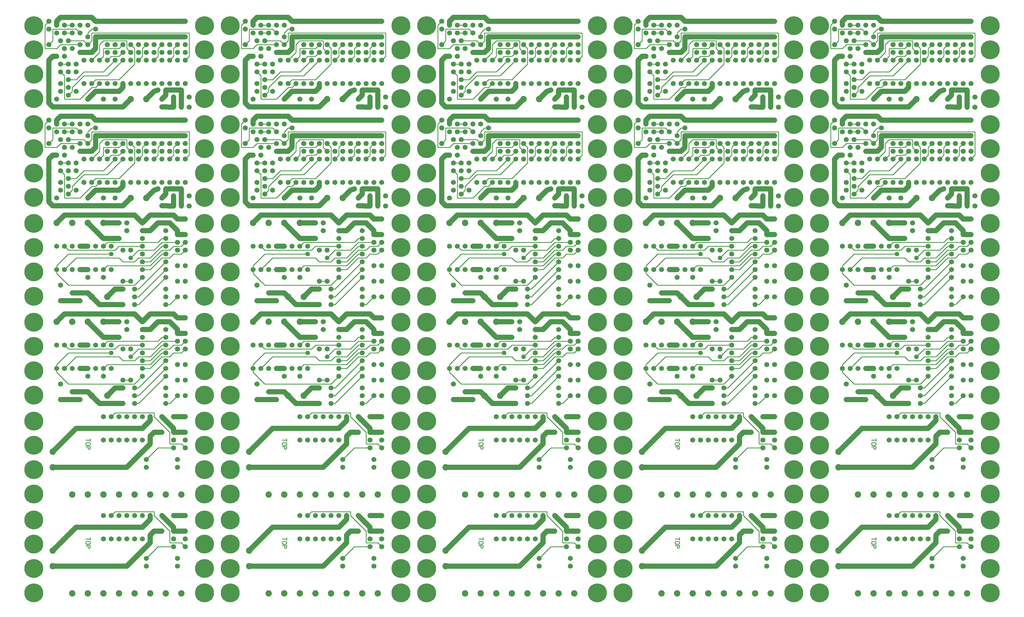
<source format=gtl>
%MOIN*%
%FSLAX25Y25*%
G04 D10 used for Character Trace; *
G04     Circle (OD=.01000) (No hole)*
G04 D11 used for Power Trace; *
G04     Circle (OD=.06700) (No hole)*
G04 D12 used for Signal Trace; *
G04     Circle (OD=.01100) (No hole)*
G04 D13 used for Via; *
G04     Circle (OD=.05800) (Round. Hole ID=.02800)*
G04 D14 used for Component hole; *
G04     Circle (OD=.06500) (Round. Hole ID=.03500)*
G04 D15 used for Component hole; *
G04     Circle (OD=.06600) (Round. Hole ID=.04200)*
G04 D16 used for Component hole; *
G04     Circle (OD=.08200) (Round. Hole ID=.05200)*
G04 D17 used for Component hole; *
G04     Circle (OD=.08950) (Round. Hole ID=.05950)*
G04 D18 used for Component hole; *
G04     Circle (OD=.11600) (Round. Hole ID=.08600)*
G04 D19 used for Component hole; *
G04     Circle (OD=.15500) (Round. Hole ID=.12500)*
G04 D20 used for Component hole; *
G04     Circle (OD=.18200) (Round. Hole ID=.15200)*
G04 D21 used for Component hole; *
G04     Circle (OD=.24300) (Round. Hole ID=.21300)*
%ADD10C,.01000*%
%ADD11C,.06700*%
%ADD12C,.01100*%
%ADD13C,.05800*%
%ADD14C,.06500*%
%ADD15C,.06600*%
%ADD16C,.08200*%
%ADD17C,.08950*%
%ADD18C,.11600*%
%ADD19C,.15500*%
%ADD20C,.18200*%
%ADD21C,.24300*%
%IPPOS*%
%LPD*%
G90*X0Y0D02*D21*X15625Y15625D03*Y46875D03*D16*    
X40000Y50000D03*D11*X135000D01*X165000Y80000D01*  
Y85000D01*D14*D03*D11*Y90000D01*X170000Y95000D01* 
X180000D01*D14*D03*D12*X170000Y115000D02*         
X190000Y95000D01*X170000Y120000D02*Y115000D01*    
X120000Y120000D02*X170000D01*X115000Y115000D02*   
X120000Y120000D01*D14*X115000Y115000D03*          
X125000D03*X105000D03*X135000D03*X145000Y85000D03*
D10*X82129D02*X87871D01*Y86674D02*Y83326D01*D14*  
X105000Y85000D03*X145000Y115000D03*               
X115000Y85000D03*X125000D03*X135000D03*D10*       
X83086Y78326D02*X82129Y79163D01*Y80837D01*        
X83086Y81674D01*X86914D01*X87871Y80837D01*        
Y79163D01*X86914Y78326D01*X83086D01*D14*          
X155000Y85000D03*D10*X82129Y76674D02*X87871D01*   
Y74163D01*X86914Y73326D01*X85957D01*              
X85000Y74163D01*Y76674D01*D11*X70000Y100000D02*   
X155000D01*X40000Y70000D02*X70000Y100000D01*D16*  
X40000Y70000D03*D21*X15625Y78125D03*Y109375D03*   
D16*X65000Y15000D03*X85000D03*X105000D03*         
X125000D03*X145000D03*D11*X155000Y100000D02*      
X165000Y110000D01*Y115000D01*D14*D03*X155000D03*  
X180000D03*D11*X195000Y100000D01*Y95000D01*D15*   
D03*D11*X210000D01*D15*D03*Y85000D03*D12*         
X190000Y80000D02*X205000D01*X190000Y95000D02*     
Y80000D01*D15*X195000Y85000D03*D12*               
X205000Y80000D02*X210000Y75000D01*D15*D03*D14*    
X200000Y60000D03*D15*X195000Y75000D03*D12*        
X175000D01*X160000Y60000D01*D14*D03*Y50000D03*    
X200000D03*D16*X205000Y15000D03*X165000D03*       
X185000D03*D15*X210000Y115000D03*D11*X195000D01*  
D15*D03*D21*X234375Y78125D03*Y109375D03*Y46875D03*
Y15625D03*G90*X2000Y0D02*X267625Y15625D03*        
Y46875D03*Y78125D03*Y109375D03*D16*               
X292000Y50000D03*D11*X387000D01*X417000Y80000D01* 
Y85000D01*D14*D03*D11*Y90000D01*X422000Y95000D01* 
X432000D01*D14*D03*D12*X422000Y115000D02*         
X442000Y95000D01*X422000Y120000D02*Y115000D01*    
X372000Y120000D02*X422000D01*X367000Y115000D02*   
X372000Y120000D01*D14*X367000Y115000D03*          
X377000D03*X357000D03*X387000D03*X397000Y85000D03*
D10*X334129D02*X339871D01*Y86674D02*Y83326D01*D14*
X357000Y85000D03*X397000Y115000D03*               
X367000Y85000D03*X377000D03*X387000D03*D10*       
X335086Y78326D02*X334129Y79163D01*Y80837D01*      
X335086Y81674D01*X338914D01*X339871Y80837D01*     
Y79163D01*X338914Y78326D01*X335086D01*D14*        
X407000Y85000D03*D10*X334129Y76674D02*X339871D01* 
Y74163D01*X338914Y73326D01*X337957D01*            
X337000Y74163D01*Y76674D01*D11*X322000Y100000D02* 
X407000D01*X292000Y70000D02*X322000Y100000D01*D16*
X292000Y70000D03*X317000Y15000D03*X337000D03*     
X357000D03*X377000D03*X397000D03*D11*             
X407000Y100000D02*X417000Y110000D01*Y115000D01*   
D14*D03*X407000D03*X432000D03*D11*                
X447000Y100000D01*Y95000D01*D15*D03*D11*          
X462000D01*D15*D03*Y85000D03*D12*X442000Y80000D02*
X457000D01*X442000Y95000D02*Y80000D01*D15*        
X447000Y85000D03*D12*X457000Y80000D02*            
X462000Y75000D01*D15*D03*D14*X452000Y60000D03*D15*
X447000Y75000D03*D12*X427000D01*X412000Y60000D01* 
D14*D03*Y50000D03*X452000D03*D16*X457000Y15000D03*
X417000D03*X437000D03*D15*X462000Y115000D03*D11*  
X447000D01*D15*D03*D21*X486375Y78125D03*          
Y109375D03*Y46875D03*Y15625D03*G90*X4000Y0D02*    
X519625Y15625D03*Y46875D03*Y78125D03*Y109375D03*  
D16*X544000Y50000D03*D11*X639000D01*              
X669000Y80000D01*Y85000D01*D14*D03*D11*Y90000D01* 
X674000Y95000D01*X684000D01*D14*D03*D12*          
X674000Y115000D02*X694000Y95000D01*               
X674000Y120000D02*Y115000D01*X624000Y120000D02*   
X674000D01*X619000Y115000D02*X624000Y120000D01*   
D14*X619000Y115000D03*X629000D03*X609000D03*      
X639000D03*X649000Y85000D03*D10*X586129D02*       
X591871D01*Y86674D02*Y83326D01*D14*               
X609000Y85000D03*X649000Y115000D03*               
X619000Y85000D03*X629000D03*X639000D03*D10*       
X587086Y78326D02*X586129Y79163D01*Y80837D01*      
X587086Y81674D01*X590914D01*X591871Y80837D01*     
Y79163D01*X590914Y78326D01*X587086D01*D14*        
X659000Y85000D03*D10*X586129Y76674D02*X591871D01* 
Y74163D01*X590914Y73326D01*X589957D01*            
X589000Y74163D01*Y76674D01*D11*X574000Y100000D02* 
X659000D01*X544000Y70000D02*X574000Y100000D01*D16*
X544000Y70000D03*X569000Y15000D03*X589000D03*     
X609000D03*X629000D03*X649000D03*D11*             
X659000Y100000D02*X669000Y110000D01*Y115000D01*   
D14*D03*X659000D03*X684000D03*D11*                
X699000Y100000D01*Y95000D01*D15*D03*D11*          
X714000D01*D15*D03*Y85000D03*D12*X694000Y80000D02*
X709000D01*X694000Y95000D02*Y80000D01*D15*        
X699000Y85000D03*D12*X709000Y80000D02*            
X714000Y75000D01*D15*D03*D14*X704000Y60000D03*D15*
X699000Y75000D03*D12*X679000D01*X664000Y60000D01* 
D14*D03*Y50000D03*X704000D03*D16*X709000Y15000D03*
X669000D03*X689000D03*D15*X714000Y115000D03*D11*  
X699000D01*D15*D03*D21*X738375Y78125D03*          
Y109375D03*Y46875D03*Y15625D03*G90*X1000Y0D02*    
X771625Y15625D03*Y46875D03*Y78125D03*Y109375D03*  
D16*X796000Y50000D03*D11*X891000D01*              
X921000Y80000D01*Y85000D01*D14*D03*D11*Y90000D01* 
X926000Y95000D01*X936000D01*D14*D03*D12*          
X926000Y115000D02*X946000Y95000D01*               
X926000Y120000D02*Y115000D01*X876000Y120000D02*   
X926000D01*X871000Y115000D02*X876000Y120000D01*   
D14*X871000Y115000D03*X881000D03*X861000D03*      
X891000D03*X901000Y85000D03*D10*X838129D02*       
X843871D01*Y86674D02*Y83326D01*D14*               
X861000Y85000D03*X901000Y115000D03*               
X871000Y85000D03*X881000D03*X891000D03*D10*       
X839086Y78326D02*X838129Y79163D01*Y80837D01*      
X839086Y81674D01*X842914D01*X843871Y80837D01*     
Y79163D01*X842914Y78326D01*X839086D01*D14*        
X911000Y85000D03*D10*X838129Y76674D02*X843871D01* 
Y74163D01*X842914Y73326D01*X841957D01*            
X841000Y74163D01*Y76674D01*D11*X826000Y100000D02* 
X911000D01*X796000Y70000D02*X826000Y100000D01*D16*
X796000Y70000D03*X821000Y15000D03*X841000D03*     
X861000D03*X881000D03*X901000D03*D11*             
X911000Y100000D02*X921000Y110000D01*Y115000D01*   
D14*D03*X911000D03*X936000D03*D11*                
X951000Y100000D01*Y95000D01*D15*D03*D11*          
X966000D01*D15*D03*Y85000D03*D12*X946000Y80000D02*
X961000D01*X946000Y95000D02*Y80000D01*D15*        
X951000Y85000D03*D12*X961000Y80000D02*            
X966000Y75000D01*D15*D03*D14*X956000Y60000D03*D15*
X951000Y75000D03*D12*X931000D01*X916000Y60000D01* 
D14*D03*Y50000D03*X956000D03*D16*X961000Y15000D03*
X921000D03*X941000D03*D15*X966000Y115000D03*D11*  
X951000D01*D15*D03*D21*X990375Y78125D03*          
Y109375D03*Y46875D03*Y15625D03*G90*X3000Y0D02*    
X1023625Y15625D03*Y46875D03*Y78125D03*Y109375D03* 
D16*X1048000Y50000D03*D11*X1143000D01*            
X1173000Y80000D01*Y85000D01*D14*D03*D11*Y90000D01*
X1178000Y95000D01*X1188000D01*D14*D03*D12*        
X1178000Y115000D02*X1198000Y95000D01*             
X1178000Y120000D02*Y115000D01*X1128000Y120000D02* 
X1178000D01*X1123000Y115000D02*X1128000Y120000D01*
D14*X1123000Y115000D03*X1133000D03*X1113000D03*   
X1143000D03*X1153000Y85000D03*D10*X1090129D02*    
X1095871D01*Y86674D02*Y83326D01*D14*              
X1113000Y85000D03*X1153000Y115000D03*             
X1123000Y85000D03*X1133000D03*X1143000D03*D10*    
X1091086Y78326D02*X1090129Y79163D01*Y80837D01*    
X1091086Y81674D01*X1094914D01*X1095871Y80837D01*  
Y79163D01*X1094914Y78326D01*X1091086D01*D14*      
X1163000Y85000D03*D10*X1090129Y76674D02*          
X1095871D01*Y74163D01*X1094914Y73326D01*          
X1093957D01*X1093000Y74163D01*Y76674D01*D11*      
X1078000Y100000D02*X1163000D01*X1048000Y70000D02* 
X1078000Y100000D01*D16*X1048000Y70000D03*         
X1073000Y15000D03*X1093000D03*X1113000D03*        
X1133000D03*X1153000D03*D11*X1163000Y100000D02*   
X1173000Y110000D01*Y115000D01*D14*D03*X1163000D03*
X1188000D03*D11*X1203000Y100000D01*Y95000D01*D15* 
D03*D11*X1218000D01*D15*D03*Y85000D03*D12*        
X1198000Y80000D02*X1213000D01*X1198000Y95000D02*  
Y80000D01*D15*X1203000Y85000D03*D12*              
X1213000Y80000D02*X1218000Y75000D01*D15*D03*D14*  
X1208000Y60000D03*D15*X1203000Y75000D03*D12*      
X1183000D01*X1168000Y60000D01*D14*D03*Y50000D03*  
X1208000D03*D16*X1213000Y15000D03*X1173000D03*    
X1193000D03*D15*X1218000Y115000D03*D11*           
X1203000D01*D15*D03*D21*X1242375Y78125D03*        
Y109375D03*Y46875D03*Y15625D03*G90*X0Y2000D02*D16*
X125000Y142000D03*X105000D03*X85000D03*X65000D03* 
D21*X15625Y142625D03*D16*X145000Y142000D03*       
X165000D03*D21*X15625Y173875D03*D14*              
X160000Y177000D03*D11*X40000D02*X135000D01*D16*   
X40000D03*Y197000D03*D11*X70000Y227000D01*        
X155000D01*X165000Y237000D01*Y242000D01*D14*D03*  
D12*X120000Y247000D02*X170000D01*                 
X115000Y242000D02*X120000Y247000D01*D14*          
X115000Y242000D03*X125000D03*X105000D03*          
X135000D03*X145000Y212000D03*D10*X82129D02*       
X87871D01*Y213674D02*Y210326D01*D14*              
X105000Y212000D03*X145000Y242000D03*              
X115000Y212000D03*X125000D03*X135000D03*D10*      
X83086Y205326D02*X82129Y206163D01*Y207837D01*     
X83086Y208674D01*X86914D01*X87871Y207837D01*      
Y206163D01*X86914Y205326D01*X83086D01*D14*        
X155000Y212000D03*D10*X82129Y203674D02*X87871D01* 
Y201163D01*X86914Y200326D01*X85957D01*            
X85000Y201163D01*Y203674D01*D14*X155000Y242000D03*
D11*X135000Y177000D02*X165000Y207000D01*D14*      
X160000Y187000D03*D12*X175000Y202000D01*          
X195000D01*D15*D03*D12*X190000Y222000D02*         
Y207000D01*X170000Y242000D02*X190000Y222000D01*   
X170000Y247000D02*Y242000D01*D14*X180000D03*D11*  
X195000Y227000D01*Y222000D01*D15*D03*D11*         
X210000D01*D15*D03*Y212000D03*D12*                
X190000Y207000D02*X205000D01*D15*                 
X195000Y212000D03*D12*X205000Y207000D02*          
X210000Y202000D01*D15*D03*D14*X200000Y187000D03*  
Y177000D03*D21*X234375Y205125D03*D14*             
X180000Y222000D03*D11*X170000D01*                 
X165000Y217000D01*Y212000D01*D14*D03*D11*         
Y207000D01*D15*X195000Y242000D03*D11*X210000D01*  
D15*D03*D21*X234375Y236375D03*Y173875D03*D16*     
X185000Y142000D03*X205000D03*D21*                 
X234375Y142625D03*X15625Y236375D03*Y205125D03*G90*
X2000Y2000D02*X267625Y142625D03*Y173875D03*       
Y205125D03*Y236375D03*D16*X292000Y177000D03*D11*  
X387000D01*X417000Y207000D01*Y212000D01*D14*D03*  
D11*Y217000D01*X422000Y222000D01*X432000D01*D14*  
D03*D12*X422000Y242000D02*X442000Y222000D01*      
X422000Y247000D02*Y242000D01*X372000Y247000D02*   
X422000D01*X367000Y242000D02*X372000Y247000D01*   
D14*X367000Y242000D03*X377000D03*X357000D03*      
X387000D03*X397000Y212000D03*D10*X334129D02*      
X339871D01*Y213674D02*Y210326D01*D14*             
X357000Y212000D03*X397000Y242000D03*              
X367000Y212000D03*X377000D03*X387000D03*D10*      
X335086Y205326D02*X334129Y206163D01*Y207837D01*   
X335086Y208674D01*X338914D01*X339871Y207837D01*   
Y206163D01*X338914Y205326D01*X335086D01*D14*      
X407000Y212000D03*D10*X334129Y203674D02*          
X339871D01*Y201163D01*X338914Y200326D01*          
X337957D01*X337000Y201163D01*Y203674D01*D11*      
X322000Y227000D02*X407000D01*X292000Y197000D02*   
X322000Y227000D01*D16*X292000Y197000D03*          
X317000Y142000D03*X337000D03*X357000D03*          
X377000D03*X397000D03*D11*X407000Y227000D02*      
X417000Y237000D01*Y242000D01*D14*D03*X407000D03*  
X432000D03*D11*X447000Y227000D01*Y222000D01*D15*  
D03*D11*X462000D01*D15*D03*Y212000D03*D12*        
X442000Y207000D02*X457000D01*X442000Y222000D02*   
Y207000D01*D15*X447000Y212000D03*D12*             
X457000Y207000D02*X462000Y202000D01*D15*D03*D14*  
X452000Y187000D03*D15*X447000Y202000D03*D12*      
X427000D01*X412000Y187000D01*D14*D03*Y177000D03*  
X452000D03*D16*X457000Y142000D03*X417000D03*      
X437000D03*D15*X462000Y242000D03*D11*X447000D01*  
D15*D03*D21*X486375Y205125D03*Y236375D03*         
Y173875D03*Y142625D03*G90*X4000Y2000D02*          
X519625Y142625D03*Y173875D03*Y205125D03*          
Y236375D03*D16*X544000Y177000D03*D11*X639000D01*  
X669000Y207000D01*Y212000D01*D14*D03*D11*         
Y217000D01*X674000Y222000D01*X684000D01*D14*D03*  
D12*X674000Y242000D02*X694000Y222000D01*          
X674000Y247000D02*Y242000D01*X624000Y247000D02*   
X674000D01*X619000Y242000D02*X624000Y247000D01*   
D14*X619000Y242000D03*X629000D03*X609000D03*      
X639000D03*X649000Y212000D03*D10*X586129D02*      
X591871D01*Y213674D02*Y210326D01*D14*             
X609000Y212000D03*X649000Y242000D03*              
X619000Y212000D03*X629000D03*X639000D03*D10*      
X587086Y205326D02*X586129Y206163D01*Y207837D01*   
X587086Y208674D01*X590914D01*X591871Y207837D01*   
Y206163D01*X590914Y205326D01*X587086D01*D14*      
X659000Y212000D03*D10*X586129Y203674D02*          
X591871D01*Y201163D01*X590914Y200326D01*          
X589957D01*X589000Y201163D01*Y203674D01*D11*      
X574000Y227000D02*X659000D01*X544000Y197000D02*   
X574000Y227000D01*D16*X544000Y197000D03*          
X569000Y142000D03*X589000D03*X609000D03*          
X629000D03*X649000D03*D11*X659000Y227000D02*      
X669000Y237000D01*Y242000D01*D14*D03*X659000D03*  
X684000D03*D11*X699000Y227000D01*Y222000D01*D15*  
D03*D11*X714000D01*D15*D03*Y212000D03*D12*        
X694000Y207000D02*X709000D01*X694000Y222000D02*   
Y207000D01*D15*X699000Y212000D03*D12*             
X709000Y207000D02*X714000Y202000D01*D15*D03*D14*  
X704000Y187000D03*D15*X699000Y202000D03*D12*      
X679000D01*X664000Y187000D01*D14*D03*Y177000D03*  
X704000D03*D16*X709000Y142000D03*X669000D03*      
X689000D03*D15*X714000Y242000D03*D11*X699000D01*  
D15*D03*D21*X738375Y205125D03*Y236375D03*         
Y173875D03*Y142625D03*G90*X1000Y2000D02*          
X771625Y142625D03*Y173875D03*Y205125D03*          
Y236375D03*D16*X796000Y177000D03*D11*X891000D01*  
X921000Y207000D01*Y212000D01*D14*D03*D11*         
Y217000D01*X926000Y222000D01*X936000D01*D14*D03*  
D12*X926000Y242000D02*X946000Y222000D01*          
X926000Y247000D02*Y242000D01*X876000Y247000D02*   
X926000D01*X871000Y242000D02*X876000Y247000D01*   
D14*X871000Y242000D03*X881000D03*X861000D03*      
X891000D03*X901000Y212000D03*D10*X838129D02*      
X843871D01*Y213674D02*Y210326D01*D14*             
X861000Y212000D03*X901000Y242000D03*              
X871000Y212000D03*X881000D03*X891000D03*D10*      
X839086Y205326D02*X838129Y206163D01*Y207837D01*   
X839086Y208674D01*X842914D01*X843871Y207837D01*   
Y206163D01*X842914Y205326D01*X839086D01*D14*      
X911000Y212000D03*D10*X838129Y203674D02*          
X843871D01*Y201163D01*X842914Y200326D01*          
X841957D01*X841000Y201163D01*Y203674D01*D11*      
X826000Y227000D02*X911000D01*X796000Y197000D02*   
X826000Y227000D01*D16*X796000Y197000D03*          
X821000Y142000D03*X841000D03*X861000D03*          
X881000D03*X901000D03*D11*X911000Y227000D02*      
X921000Y237000D01*Y242000D01*D14*D03*X911000D03*  
X936000D03*D11*X951000Y227000D01*Y222000D01*D15*  
D03*D11*X966000D01*D15*D03*Y212000D03*D12*        
X946000Y207000D02*X961000D01*X946000Y222000D02*   
Y207000D01*D15*X951000Y212000D03*D12*             
X961000Y207000D02*X966000Y202000D01*D15*D03*D14*  
X956000Y187000D03*D15*X951000Y202000D03*D12*      
X931000D01*X916000Y187000D01*D14*D03*Y177000D03*  
X956000D03*D16*X961000Y142000D03*X921000D03*      
X941000D03*D15*X966000Y242000D03*D11*X951000D01*  
D15*D03*D21*X990375Y205125D03*Y236375D03*         
Y173875D03*Y142625D03*G90*X3000Y2000D02*          
X1023625Y142625D03*Y173875D03*Y205125D03*         
Y236375D03*D16*X1048000Y177000D03*D11*X1143000D01*
X1173000Y207000D01*Y212000D01*D14*D03*D11*        
Y217000D01*X1178000Y222000D01*X1188000D01*D14*D03*
D12*X1178000Y242000D02*X1198000Y222000D01*        
X1178000Y247000D02*Y242000D01*X1128000Y247000D02* 
X1178000D01*X1123000Y242000D02*X1128000Y247000D01*
D14*X1123000Y242000D03*X1133000D03*X1113000D03*   
X1143000D03*X1153000Y212000D03*D10*X1090129D02*   
X1095871D01*Y213674D02*Y210326D01*D14*            
X1113000Y212000D03*X1153000Y242000D03*            
X1123000Y212000D03*X1133000D03*X1143000D03*D10*   
X1091086Y205326D02*X1090129Y206163D01*Y207837D01* 
X1091086Y208674D01*X1094914D01*X1095871Y207837D01*
Y206163D01*X1094914Y205326D01*X1091086D01*D14*    
X1163000Y212000D03*D10*X1090129Y203674D02*        
X1095871D01*Y201163D01*X1094914Y200326D01*        
X1093957D01*X1093000Y201163D01*Y203674D01*D11*    
X1078000Y227000D02*X1163000D01*X1048000Y197000D02*
X1078000Y227000D01*D16*X1048000Y197000D03*        
X1073000Y142000D03*X1093000D03*X1113000D03*       
X1133000D03*X1153000D03*D11*X1163000Y227000D02*   
X1173000Y237000D01*Y242000D01*D14*D03*X1163000D03*
X1188000D03*D11*X1203000Y227000D01*Y222000D01*D15*
D03*D11*X1218000D01*D15*D03*Y212000D03*D12*       
X1198000Y207000D02*X1213000D01*X1198000Y222000D02*
Y207000D01*D15*X1203000Y212000D03*D12*            
X1213000Y207000D02*X1218000Y202000D01*D15*D03*D14*
X1208000Y187000D03*D15*X1203000Y202000D03*D12*    
X1183000D01*X1168000Y187000D01*D14*D03*Y177000D03*
X1208000D03*D16*X1213000Y142000D03*X1173000D03*   
X1193000D03*D15*X1218000Y242000D03*D11*           
X1203000D01*D15*D03*D21*X1242375Y205125D03*       
Y236375D03*Y173875D03*Y142625D03*G90*X0Y4000D02*  
D12*X185000Y259000D02*X190000D01*D14*X185000D03*  
D12*X190000D02*X200000Y269000D01*D14*D03*         
X210000D03*X185000Y279000D03*Y269000D03*          
X210000Y289000D03*X200000D03*X185000Y294000D03*   
D12*X150000Y259000D01*X145000D01*D14*D03*D12*     
Y269000D02*X150000D01*D14*X145000D03*D12*         
X150000D02*X185000Y304000D01*D14*D03*Y314000D03*  
D12*X150000Y279000D01*X145000D01*D14*D03*D12*     
X60000Y284000D02*X145000D01*X45000Y299000D02*     
X60000Y284000D01*X45000Y304000D02*Y299000D01*D14* 
Y304000D03*D12*Y309000D01*X60000Y324000D01*       
X115000D01*D13*D03*D12*X60000Y329000D02*          
X120000D01*X55000Y334000D02*X60000Y329000D01*D14* 
X55000Y334000D03*X65000D03*X45000D03*D12*         
X55000Y304000D02*X70000Y319000D01*D14*            
X55000Y304000D03*X65000D03*D12*X70000Y319000D02*  
X125000D01*X130000Y314000D01*X145000D01*          
X150000Y319000D01*X165000D01*X180000Y334000D01*   
X185000D01*D14*D03*D12*X180000Y329000D02*         
X190000D01*X165000Y314000D02*X180000Y329000D01*   
X155000Y314000D02*X165000D01*D14*X155000D03*D12*  
Y304000D02*X165000D01*D14*X155000D03*D12*         
X165000D02*X180000Y319000D01*X190000D01*          
X195000Y324000D01*X205000D01*X210000Y329000D01*   
D15*D03*D12*X195000Y334000D02*X205000D01*         
X190000Y329000D02*X195000Y334000D01*D14*          
X185000Y324000D03*D12*X180000D01*                 
X165000Y309000D01*X110000D01*X105000Y304000D01*   
D14*D03*X115000D03*X95000D03*X105000Y294000D03*   
X85000Y304000D03*D11*X75000D01*D14*D03*           
X85000Y294000D03*D15*X50000Y284000D03*D14*        
X105000Y334000D03*D12*X110000Y339000D01*          
X175000D01*X180000Y344000D01*X185000D01*D14*D03*  
D12*X170000Y329000D02*X180000Y339000D01*          
X150000Y329000D02*X170000D01*X140000Y319000D02*   
X150000Y329000D01*D13*X140000Y319000D03*D14*      
X130000Y329000D03*X140000D03*X155000Y334000D03*   
D12*X125000D01*X120000Y329000D01*D14*             
X115000Y334000D03*D11*X85000Y364000D02*           
X105000Y344000D01*D16*X85000Y364000D03*D13*       
X95000Y374000D03*D11*X55000D01*X45000Y364000D01*  
D16*D03*X65000D03*D14*X75000Y334000D03*D11*       
X85000D01*D14*D03*X95000D03*D11*X105000Y344000D02*
X125000D01*D14*D03*D15*X135000Y354000D03*D16*     
X105000Y364000D03*D11*X125000D01*D14*D03*D15*     
X135000Y374000D03*D11*X95000D01*D15*              
X135000Y364000D03*D11*Y374000D02*X145000D01*      
X155000Y364000D01*D14*D03*D11*X165000Y374000D01*  
X195000D01*X200000Y369000D01*D15*D03*D11*         
X210000D01*D15*D03*D11*X190000Y364000D02*         
X200000Y354000D01*X175000Y364000D02*X190000D01*   
D14*X175000D03*D11*X165000Y354000D01*X155000D01*  
D14*D03*Y344000D03*D12*X180000Y339000D02*         
X200000D01*D15*D03*D12*X205000Y334000D02*         
X210000Y339000D01*D15*D03*X200000Y349000D03*D11*  
Y354000D01*Y349000D02*X210000D01*D15*D03*         
X200000Y329000D03*D21*X234375Y332125D03*D14*      
X185000Y354000D03*D21*X234375Y363375D03*D14*      
X200000Y309000D03*X210000D03*D21*                 
X234375Y300875D03*D14*X155000Y294000D03*D12*      
X145000Y284000D01*D14*X140000Y289000D03*D12*      
X130000D01*D14*D03*D11*X110000Y269000D02*         
X120000Y279000D01*D16*X110000Y269000D03*D11*      
X120000Y279000D02*X130000D01*D14*D03*Y259000D03*  
D11*X100000D01*X90000Y269000D01*D16*D03*D11*      
X85000Y274000D01*X65000D01*D13*D03*               
X75000Y264000D03*D11*X50000D01*D15*D03*D21*       
X15625Y300875D03*Y269625D03*Y332125D03*Y363375D03*
D14*X155000Y324000D03*D21*X234375Y269625D03*G90*  
X2000Y4000D02*X267625Y269625D03*D12*              
X297000Y304000D02*Y299000D01*D14*Y304000D03*D12*  
Y309000D01*X312000Y324000D01*X367000D01*D13*D03*  
D12*X312000Y329000D02*X372000D01*                 
X307000Y334000D02*X312000Y329000D01*D14*          
X307000Y334000D03*X317000D03*X297000D03*D12*      
X307000Y304000D02*X322000Y319000D01*D14*          
X307000Y304000D03*X317000D03*D12*                 
X297000Y299000D02*X312000Y284000D01*X397000D01*   
X407000Y294000D01*D14*D03*D12*Y304000D02*         
X417000D01*D14*X407000D03*D12*Y314000D02*         
X417000D01*D14*X407000D03*D12*X397000D02*         
X402000Y319000D01*X382000Y314000D02*X397000D01*   
X377000Y319000D02*X382000Y314000D01*              
X322000Y319000D02*X377000D01*D14*                 
X337000Y304000D03*D11*X327000D01*D14*D03*         
X337000Y294000D03*X347000Y304000D03*D15*          
X302000Y284000D03*D14*X357000Y334000D03*D12*      
X362000Y339000D01*X427000D01*X432000Y344000D01*   
X437000D01*D14*D03*D12*X422000Y329000D02*         
X432000Y339000D01*X402000Y329000D02*X422000D01*   
X392000Y319000D02*X402000Y329000D01*D13*          
X392000Y319000D03*D14*X382000Y329000D03*D12*      
X402000Y319000D02*X417000D01*X432000Y334000D01*   
X437000D01*D14*D03*D12*X432000Y329000D02*         
X442000D01*X417000Y314000D02*X432000Y329000D01*   
X362000Y309000D02*X417000D01*X357000Y304000D02*   
X362000Y309000D01*D14*X357000Y304000D03*          
X367000D03*X357000Y294000D03*X382000Y279000D03*   
D11*X372000D01*X362000Y269000D01*D16*D03*D11*     
X342000D02*X352000Y259000D01*D16*                 
X342000Y269000D03*D11*X337000Y274000D01*          
X317000D01*D13*D03*X327000Y264000D03*D11*         
X302000D01*D15*D03*D21*X267625Y300875D03*D11*     
X352000Y259000D02*X382000D01*D14*D03*X397000D03*  
D12*X402000D01*X437000Y294000D01*D14*D03*         
Y304000D03*D12*X402000Y269000D01*X397000D01*D14*  
D03*D12*Y279000D02*X402000D01*D14*X397000D03*D12* 
X402000D02*X437000Y314000D01*D14*D03*D12*         
X432000Y319000D02*X442000D01*X417000Y304000D02*   
X432000Y319000D01*X417000Y309000D02*              
X432000Y324000D01*X437000D01*D14*D03*D12*         
X442000Y319000D02*X447000Y324000D01*X457000D01*   
X462000Y329000D01*D15*D03*D12*X447000Y334000D02*  
X457000D01*X442000Y329000D02*X447000Y334000D01*   
D15*X452000Y339000D03*D12*X432000D01*D11*         
X407000Y354000D02*X417000D01*D14*X407000D03*D11*  
X417000D02*X427000Y364000D01*D14*D03*D11*         
X442000D01*X452000Y354000D01*Y349000D01*D15*D03*  
D11*X462000D01*D15*D03*Y339000D03*D12*            
X457000Y334000D01*D15*X452000Y329000D03*D14*      
X437000Y354000D03*X452000Y309000D03*X462000D03*   
D21*X486375Y363375D03*Y332125D03*D15*             
X462000Y369000D03*D11*X452000D01*D15*D03*D11*     
X447000Y374000D01*X417000D01*X407000Y364000D01*   
D14*D03*D11*X397000Y374000D01*X387000D01*D15*D03* 
D11*X347000D01*D13*D03*D11*X307000D01*            
X297000Y364000D01*D16*D03*X317000D03*D14*         
X327000Y334000D03*D11*X337000D01*D14*D03*         
X347000D03*D11*X337000Y364000D02*                 
X357000Y344000D01*D16*X337000Y364000D03*D11*      
X357000Y344000D02*X377000D01*D14*D03*D15*         
X387000Y354000D03*D14*X367000Y334000D03*D12*      
X372000Y329000D02*X377000Y334000D01*X407000D01*   
D14*D03*Y344000D03*Y324000D03*X392000Y329000D03*  
X377000Y364000D03*D11*X357000D01*D16*D03*D15*     
X387000D03*D14*X382000Y289000D03*D12*X392000D01*  
D14*D03*X437000Y259000D03*D12*X442000D01*         
X452000Y269000D01*D14*D03*X462000D03*             
X437000Y279000D03*Y269000D03*X462000Y289000D03*   
X452000D03*D21*X486375Y269625D03*Y300875D03*      
X267625Y363375D03*Y332125D03*G90*X4000Y4000D02*   
X519625Y269625D03*Y300875D03*Y332125D03*          
Y363375D03*D12*X549000Y304000D02*Y299000D01*D14*  
Y304000D03*D12*Y309000D01*X564000Y324000D01*      
X619000D01*D13*D03*D12*X564000Y329000D02*         
X624000D01*X559000Y334000D02*X564000Y329000D01*   
D14*X559000Y334000D03*X569000D03*X549000D03*D12*  
X559000Y304000D02*X574000Y319000D01*D14*          
X559000Y304000D03*X569000D03*D12*                 
X549000Y299000D02*X564000Y284000D01*X649000D01*   
X659000Y294000D01*D14*D03*D12*Y304000D02*         
X669000D01*D14*X659000D03*D12*Y314000D02*         
X669000D01*D14*X659000D03*D12*X649000D02*         
X654000Y319000D01*X634000Y314000D02*X649000D01*   
X629000Y319000D02*X634000Y314000D01*              
X574000Y319000D02*X629000D01*D14*                 
X589000Y304000D03*D11*X579000D01*D14*D03*         
X589000Y294000D03*X599000Y304000D03*D15*          
X554000Y284000D03*D14*X609000Y334000D03*D12*      
X614000Y339000D01*X679000D01*X684000Y344000D01*   
X689000D01*D14*D03*D12*X674000Y329000D02*         
X684000Y339000D01*X654000Y329000D02*X674000D01*   
X644000Y319000D02*X654000Y329000D01*D13*          
X644000Y319000D03*D14*X634000Y329000D03*D12*      
X654000Y319000D02*X669000D01*X684000Y334000D01*   
X689000D01*D14*D03*D12*X684000Y329000D02*         
X694000D01*X669000Y314000D02*X684000Y329000D01*   
X614000Y309000D02*X669000D01*X609000Y304000D02*   
X614000Y309000D01*D14*X609000Y304000D03*          
X619000D03*X609000Y294000D03*X634000Y279000D03*   
D11*X624000D01*X614000Y269000D01*D16*D03*D11*     
X594000D02*X604000Y259000D01*D16*                 
X594000Y269000D03*D11*X589000Y274000D01*          
X569000D01*D13*D03*X579000Y264000D03*D11*         
X554000D01*D15*D03*D11*X604000Y259000D02*         
X634000D01*D14*D03*X649000D03*D12*X654000D01*     
X689000Y294000D01*D14*D03*Y304000D03*D12*         
X654000Y269000D01*X649000D01*D14*D03*D12*         
Y279000D02*X654000D01*D14*X649000D03*D12*         
X654000D02*X689000Y314000D01*D14*D03*D12*         
X684000Y319000D02*X694000D01*X669000Y304000D02*   
X684000Y319000D01*X669000Y309000D02*              
X684000Y324000D01*X689000D01*D14*D03*D12*         
X694000Y319000D02*X699000Y324000D01*X709000D01*   
X714000Y329000D01*D15*D03*D12*X699000Y334000D02*  
X709000D01*X694000Y329000D02*X699000Y334000D01*   
D15*X704000Y339000D03*D12*X684000D01*D11*         
X659000Y354000D02*X669000D01*D14*X659000D03*D11*  
X669000D02*X679000Y364000D01*D14*D03*D11*         
X694000D01*X704000Y354000D01*Y349000D01*D15*D03*  
D11*X714000D01*D15*D03*Y339000D03*D12*            
X709000Y334000D01*D15*X704000Y329000D03*D14*      
X689000Y354000D03*X704000Y309000D03*X714000D03*   
D21*X738375Y363375D03*Y332125D03*D15*             
X714000Y369000D03*D11*X704000D01*D15*D03*D11*     
X699000Y374000D01*X669000D01*X659000Y364000D01*   
D14*D03*D11*X649000Y374000D01*X639000D01*D15*D03* 
D11*X599000D01*D13*D03*D11*X559000D01*            
X549000Y364000D01*D16*D03*X569000D03*D14*         
X579000Y334000D03*D11*X589000D01*D14*D03*         
X599000D03*D11*X589000Y364000D02*                 
X609000Y344000D01*D16*X589000Y364000D03*D11*      
X609000Y344000D02*X629000D01*D14*D03*D15*         
X639000Y354000D03*D14*X619000Y334000D03*D12*      
X624000Y329000D02*X629000Y334000D01*X659000D01*   
D14*D03*Y344000D03*Y324000D03*X644000Y329000D03*  
X629000Y364000D03*D11*X609000D01*D16*D03*D15*     
X639000D03*D14*X634000Y289000D03*D12*X644000D01*  
D14*D03*X689000Y259000D03*D12*X694000D01*         
X704000Y269000D01*D14*D03*X714000D03*             
X689000Y279000D03*Y269000D03*X714000Y289000D03*   
X704000D03*D21*X738375Y269625D03*Y300875D03*G90*  
X1000Y4000D02*X771625Y269625D03*Y300875D03*       
Y332125D03*Y363375D03*D12*X801000Y304000D02*      
Y299000D01*D14*Y304000D03*D12*Y309000D01*         
X816000Y324000D01*X871000D01*D13*D03*D12*         
X816000Y329000D02*X876000D01*X811000Y334000D02*   
X816000Y329000D01*D14*X811000Y334000D03*          
X821000D03*X801000D03*D12*X811000Y304000D02*      
X826000Y319000D01*D14*X811000Y304000D03*          
X821000D03*D12*X801000Y299000D02*                 
X816000Y284000D01*X901000D01*X911000Y294000D01*   
D14*D03*D12*Y304000D02*X921000D01*D14*X911000D03* 
D12*Y314000D02*X921000D01*D14*X911000D03*D12*     
X901000D02*X906000Y319000D01*X886000Y314000D02*   
X901000D01*X881000Y319000D02*X886000Y314000D01*   
X826000Y319000D02*X881000D01*D14*                 
X841000Y304000D03*D11*X831000D01*D14*D03*         
X841000Y294000D03*X851000Y304000D03*D15*          
X806000Y284000D03*D14*X861000Y334000D03*D12*      
X866000Y339000D01*X931000D01*X936000Y344000D01*   
X941000D01*D14*D03*D12*X926000Y329000D02*         
X936000Y339000D01*X906000Y329000D02*X926000D01*   
X896000Y319000D02*X906000Y329000D01*D13*          
X896000Y319000D03*D14*X886000Y329000D03*D12*      
X906000Y319000D02*X921000D01*X936000Y334000D01*   
X941000D01*D14*D03*D12*X936000Y329000D02*         
X946000D01*X921000Y314000D02*X936000Y329000D01*   
X866000Y309000D02*X921000D01*X861000Y304000D02*   
X866000Y309000D01*D14*X861000Y304000D03*          
X871000D03*X861000Y294000D03*X886000Y279000D03*   
D11*X876000D01*X866000Y269000D01*D16*D03*D11*     
X846000D02*X856000Y259000D01*D16*                 
X846000Y269000D03*D11*X841000Y274000D01*          
X821000D01*D13*D03*X831000Y264000D03*D11*         
X806000D01*D15*D03*D11*X856000Y259000D02*         
X886000D01*D14*D03*X901000D03*D12*X906000D01*     
X941000Y294000D01*D14*D03*Y304000D03*D12*         
X906000Y269000D01*X901000D01*D14*D03*D12*         
Y279000D02*X906000D01*D14*X901000D03*D12*         
X906000D02*X941000Y314000D01*D14*D03*D12*         
X936000Y319000D02*X946000D01*X921000Y304000D02*   
X936000Y319000D01*X921000Y309000D02*              
X936000Y324000D01*X941000D01*D14*D03*D12*         
X946000Y319000D02*X951000Y324000D01*X961000D01*   
X966000Y329000D01*D15*D03*D12*X951000Y334000D02*  
X961000D01*X946000Y329000D02*X951000Y334000D01*   
D15*X956000Y339000D03*D12*X936000D01*D11*         
X911000Y354000D02*X921000D01*D14*X911000D03*D11*  
X921000D02*X931000Y364000D01*D14*D03*D11*         
X946000D01*X956000Y354000D01*Y349000D01*D15*D03*  
D11*X966000D01*D15*D03*Y339000D03*D12*            
X961000Y334000D01*D15*X956000Y329000D03*D14*      
X941000Y354000D03*X956000Y309000D03*X966000D03*   
D21*X990375Y363375D03*Y332125D03*D15*             
X966000Y369000D03*D11*X956000D01*D15*D03*D11*     
X951000Y374000D01*X921000D01*X911000Y364000D01*   
D14*D03*D11*X901000Y374000D01*X891000D01*D15*D03* 
D11*X851000D01*D13*D03*D11*X811000D01*            
X801000Y364000D01*D16*D03*X821000D03*D14*         
X831000Y334000D03*D11*X841000D01*D14*D03*         
X851000D03*D11*X841000Y364000D02*                 
X861000Y344000D01*D16*X841000Y364000D03*D11*      
X861000Y344000D02*X881000D01*D14*D03*D15*         
X891000Y354000D03*D14*X871000Y334000D03*D12*      
X876000Y329000D02*X881000Y334000D01*X911000D01*   
D14*D03*Y344000D03*Y324000D03*X896000Y329000D03*  
X881000Y364000D03*D11*X861000D01*D16*D03*D15*     
X891000D03*D14*X886000Y289000D03*D12*X896000D01*  
D14*D03*X941000Y259000D03*D12*X946000D01*         
X956000Y269000D01*D14*D03*X966000D03*             
X941000Y279000D03*Y269000D03*X966000Y289000D03*   
X956000D03*D21*X990375Y269625D03*Y300875D03*G90*  
X3000Y4000D02*X1023625Y269625D03*Y300875D03*      
Y332125D03*Y363375D03*D12*X1053000Y304000D02*     
Y299000D01*D14*Y304000D03*D12*Y309000D01*         
X1068000Y324000D01*X1123000D01*D13*D03*D12*       
X1068000Y329000D02*X1128000D01*X1063000Y334000D02*
X1068000Y329000D01*D14*X1063000Y334000D03*        
X1073000D03*X1053000D03*D12*X1063000Y304000D02*   
X1078000Y319000D01*D14*X1063000Y304000D03*        
X1073000D03*D12*X1053000Y299000D02*               
X1068000Y284000D01*X1153000D01*X1163000Y294000D01*
D14*D03*D12*Y304000D02*X1173000D01*D14*           
X1163000D03*D12*Y314000D02*X1173000D01*D14*       
X1163000D03*D12*X1153000D02*X1158000Y319000D01*   
X1138000Y314000D02*X1153000D01*X1133000Y319000D02*
X1138000Y314000D01*X1078000Y319000D02*X1133000D01*
D14*X1093000Y304000D03*D11*X1083000D01*D14*D03*   
X1093000Y294000D03*X1103000Y304000D03*D15*        
X1058000Y284000D03*D14*X1113000Y334000D03*D12*    
X1118000Y339000D01*X1183000D01*X1188000Y344000D01*
X1193000D01*D14*D03*D12*X1178000Y329000D02*       
X1188000Y339000D01*X1158000Y329000D02*X1178000D01*
X1148000Y319000D02*X1158000Y329000D01*D13*        
X1148000Y319000D03*D14*X1138000Y329000D03*D12*    
X1158000Y319000D02*X1173000D01*X1188000Y334000D01*
X1193000D01*D14*D03*D12*X1188000Y329000D02*       
X1198000D01*X1173000Y314000D02*X1188000Y329000D01*
X1118000Y309000D02*X1173000D01*X1113000Y304000D02*
X1118000Y309000D01*D14*X1113000Y304000D03*        
X1123000D03*X1113000Y294000D03*X1138000Y279000D03*
D11*X1128000D01*X1118000Y269000D01*D16*D03*D11*   
X1098000D02*X1108000Y259000D01*D16*               
X1098000Y269000D03*D11*X1093000Y274000D01*        
X1073000D01*D13*D03*X1083000Y264000D03*D11*       
X1058000D01*D15*D03*D11*X1108000Y259000D02*       
X1138000D01*D14*D03*X1153000D03*D12*X1158000D01*  
X1193000Y294000D01*D14*D03*Y304000D03*D12*        
X1158000Y269000D01*X1153000D01*D14*D03*D12*       
Y279000D02*X1158000D01*D14*X1153000D03*D12*       
X1158000D02*X1193000Y314000D01*D14*D03*D12*       
X1188000Y319000D02*X1198000D01*X1173000Y304000D02*
X1188000Y319000D01*X1173000Y309000D02*            
X1188000Y324000D01*X1193000D01*D14*D03*D12*       
X1198000Y319000D02*X1203000Y324000D01*X1213000D01*
X1218000Y329000D01*D15*D03*D12*X1203000Y334000D02*
X1213000D01*X1198000Y329000D02*X1203000Y334000D01*
D15*X1208000Y339000D03*D12*X1188000D01*D11*       
X1163000Y354000D02*X1173000D01*D14*X1163000D03*   
D11*X1173000D02*X1183000Y364000D01*D14*D03*D11*   
X1198000D01*X1208000Y354000D01*Y349000D01*D15*D03*
D11*X1218000D01*D15*D03*Y339000D03*D12*           
X1213000Y334000D01*D15*X1208000Y329000D03*D14*    
X1193000Y354000D03*X1208000Y309000D03*X1218000D03*
D21*X1242375Y363375D03*Y332125D03*D15*            
X1218000Y369000D03*D11*X1208000D01*D15*D03*D11*   
X1203000Y374000D01*X1173000D01*X1163000Y364000D01*
D14*D03*D11*X1153000Y374000D01*X1143000D01*D15*   
D03*D11*X1103000D01*D13*D03*D11*X1063000D01*      
X1053000Y364000D01*D16*D03*X1073000D03*D14*       
X1083000Y334000D03*D11*X1093000D01*D14*D03*       
X1103000D03*D11*X1093000Y364000D02*               
X1113000Y344000D01*D16*X1093000Y364000D03*D11*    
X1113000Y344000D02*X1133000D01*D14*D03*D15*       
X1143000Y354000D03*D14*X1123000Y334000D03*D12*    
X1128000Y329000D02*X1133000Y334000D01*X1163000D01*
D14*D03*Y344000D03*Y324000D03*X1148000Y329000D03* 
X1133000Y364000D03*D11*X1113000D01*D16*D03*D15*   
X1143000D03*D14*X1138000Y289000D03*D12*           
X1148000D01*D14*D03*X1193000Y259000D03*D12*       
X1198000D01*X1208000Y269000D01*D14*D03*           
X1218000D03*X1193000Y279000D03*Y269000D03*        
X1218000Y289000D03*X1208000D03*D21*               
X1242375Y269625D03*Y300875D03*G90*X0Y1000D02*D12* 
X185000Y386000D02*X190000D01*D14*X185000D03*D12*  
X190000D02*X200000Y396000D01*D14*D03*X210000D03*  
X185000Y406000D03*Y396000D03*X210000Y416000D03*   
X200000D03*X185000Y421000D03*D12*                 
X150000Y386000D01*X145000D01*D14*D03*D12*         
Y396000D02*X150000D01*D14*X145000D03*D12*         
X150000D02*X185000Y431000D01*D14*D03*Y441000D03*  
D12*X150000Y406000D01*X145000D01*D14*D03*D12*     
X60000Y411000D02*X145000D01*X45000Y426000D02*     
X60000Y411000D01*X45000Y431000D02*Y426000D01*D14* 
Y431000D03*D12*Y436000D01*X60000Y451000D01*       
X115000D01*D13*D03*D12*X60000Y456000D02*          
X120000D01*X55000Y461000D02*X60000Y456000D01*D14* 
X55000Y461000D03*X65000D03*X45000D03*D12*         
X55000Y431000D02*X70000Y446000D01*D14*            
X55000Y431000D03*X65000D03*D12*X70000Y446000D02*  
X125000D01*X130000Y441000D01*X145000D01*          
X150000Y446000D01*X165000D01*X180000Y461000D01*   
X185000D01*D14*D03*D12*X180000Y456000D02*         
X190000D01*X165000Y441000D02*X180000Y456000D01*   
X155000Y441000D02*X165000D01*D14*X155000D03*D12*  
Y431000D02*X165000D01*D14*X155000D03*D12*         
X165000D02*X180000Y446000D01*X190000D01*          
X195000Y451000D01*X205000D01*X210000Y456000D01*   
D15*D03*D12*X195000Y461000D02*X205000D01*         
X190000Y456000D02*X195000Y461000D01*D14*          
X185000Y451000D03*D12*X180000D01*                 
X165000Y436000D01*X110000D01*X105000Y431000D01*   
D14*D03*X115000D03*X95000D03*X105000Y421000D03*   
X85000Y431000D03*D11*X75000D01*D14*D03*           
X85000Y421000D03*D15*X50000Y411000D03*D14*        
X105000Y461000D03*D12*X110000Y466000D01*          
X175000D01*X180000Y471000D01*X185000D01*D14*D03*  
D12*X170000Y456000D02*X180000Y466000D01*          
X150000Y456000D02*X170000D01*X140000Y446000D02*   
X150000Y456000D01*D13*X140000Y446000D03*D14*      
X130000Y456000D03*X140000D03*X155000Y461000D03*   
D12*X125000D01*X120000Y456000D01*D14*             
X115000Y461000D03*D11*X85000Y491000D02*           
X105000Y471000D01*D16*X85000Y491000D03*D13*       
X95000Y501000D03*D11*X55000D01*X45000Y491000D01*  
D16*D03*X65000D03*D14*X75000Y461000D03*D11*       
X85000D01*D14*D03*X95000D03*D11*X105000Y471000D02*
X125000D01*D14*D03*D15*X135000Y481000D03*D16*     
X105000Y491000D03*D11*X125000D01*D14*D03*D15*     
X135000Y501000D03*D11*X95000D01*D15*              
X135000Y491000D03*D11*Y501000D02*X145000D01*      
X155000Y491000D01*D14*D03*D11*X165000Y501000D01*  
X195000D01*X200000Y496000D01*D15*D03*D11*         
X210000D01*D15*D03*D11*X190000Y491000D02*         
X200000Y481000D01*X175000Y491000D02*X190000D01*   
D14*X175000D03*D11*X165000Y481000D01*X155000D01*  
D14*D03*Y471000D03*D12*X180000Y466000D02*         
X200000D01*D15*D03*D12*X205000Y461000D02*         
X210000Y466000D01*D15*D03*X200000Y476000D03*D11*  
Y481000D01*Y476000D02*X210000D01*D15*D03*         
X200000Y456000D03*D21*X234375Y459125D03*D14*      
X185000Y481000D03*D21*X234375Y490375D03*D14*      
X200000Y436000D03*X210000D03*D21*                 
X234375Y427875D03*D14*X155000Y421000D03*D12*      
X145000Y411000D01*D14*X140000Y416000D03*D12*      
X130000D01*D14*D03*D11*X110000Y396000D02*         
X120000Y406000D01*D16*X110000Y396000D03*D11*      
X120000Y406000D02*X130000D01*D14*D03*Y386000D03*  
D11*X100000D01*X90000Y396000D01*D16*D03*D11*      
X85000Y401000D01*X65000D01*D13*D03*               
X75000Y391000D03*D11*X50000D01*D15*D03*D21*       
X15625Y427875D03*Y396625D03*Y459125D03*Y490375D03*
D14*X155000Y451000D03*D21*X234375Y396625D03*G90*  
X2000Y1000D02*D14*X382000Y386000D03*D11*          
X352000D01*X342000Y396000D01*D16*D03*D11*         
X337000Y401000D01*X317000D01*D13*D03*             
X327000Y391000D03*D11*X302000D01*D15*D03*D12*     
X297000Y426000D02*X312000Y411000D01*              
X297000Y431000D02*Y426000D01*D14*Y431000D03*D12*  
Y436000D01*X312000Y451000D01*X367000D01*D13*D03*  
D12*X312000Y456000D02*X372000D01*                 
X307000Y461000D02*X312000Y456000D01*D14*          
X307000Y461000D03*X317000D03*X297000D03*D12*      
X307000Y431000D02*X322000Y446000D01*D14*          
X307000Y431000D03*X317000D03*D12*                 
X322000Y446000D02*X377000D01*X382000Y441000D01*   
X397000D01*X402000Y446000D01*X417000D01*          
X432000Y461000D01*X437000D01*D14*D03*D12*         
X432000Y456000D02*X442000D01*X417000Y441000D02*   
X432000Y456000D01*X407000Y441000D02*X417000D01*   
D14*X407000D03*D12*Y431000D02*X417000D01*D14*     
X407000D03*D12*X417000D02*X432000Y446000D01*      
X442000D01*X447000Y451000D01*X457000D01*          
X462000Y456000D01*D15*D03*D12*X447000Y461000D02*  
X457000D01*X442000Y456000D02*X447000Y461000D01*   
D14*X437000Y451000D03*D12*X432000D01*             
X417000Y436000D01*X362000D01*X357000Y431000D01*   
D14*D03*X367000D03*X347000D03*X357000Y421000D03*  
X337000Y431000D03*D11*X327000D01*D14*D03*         
X337000Y421000D03*D12*X312000Y411000D02*          
X397000D01*X407000Y421000D01*D14*D03*             
X397000Y406000D03*D12*X402000D01*                 
X437000Y441000D01*D14*D03*Y431000D03*D12*         
X402000Y396000D01*X397000D01*D14*D03*Y386000D03*  
D12*X402000D01*X437000Y421000D01*D14*D03*         
X452000Y436000D03*Y416000D03*X437000Y406000D03*   
X462000Y396000D03*Y416000D03*X437000Y396000D03*   
X462000Y436000D03*X452000Y396000D03*D12*          
X442000Y386000D01*X437000D01*D14*D03*             
X392000Y416000D03*D12*X382000D01*D14*D03*D11*     
X362000Y396000D02*X372000Y406000D01*D16*          
X362000Y396000D03*D11*X372000Y406000D02*          
X382000D01*D14*D03*D13*X392000Y446000D03*D12*     
X402000Y456000D01*X422000D01*X432000Y466000D01*   
X452000D01*D15*D03*D12*X457000Y461000D02*         
X462000Y466000D01*D15*D03*X452000Y476000D03*D11*  
Y481000D01*X442000Y491000D01*X427000D01*D14*D03*  
D11*X417000Y481000D01*X407000D01*D14*D03*         
Y491000D03*D11*X397000Y501000D01*X387000D01*D15*  
D03*D11*X347000D01*D13*D03*D11*X307000D01*        
X297000Y491000D01*D16*D03*X317000D03*D14*         
X327000Y461000D03*D11*X337000D01*D14*D03*         
X347000D03*X357000D03*D12*X362000Y466000D01*      
X427000D01*X432000Y471000D01*X437000D01*D14*D03*  
Y481000D03*D15*X452000Y456000D03*D11*Y476000D02*  
X462000D01*D15*D03*Y496000D03*D11*X452000D01*D15* 
D03*D11*X447000Y501000D01*X417000D01*             
X407000Y491000D01*D15*X387000D03*D14*             
X407000Y471000D03*D15*X387000Y481000D03*D12*      
X372000Y456000D02*X377000Y461000D01*X407000D01*   
D14*D03*Y451000D03*X392000Y456000D03*X382000D03*  
X377000Y491000D03*D11*X357000D01*D16*D03*D14*     
X377000Y471000D03*D11*X357000D01*                 
X337000Y491000D01*D16*D03*D14*X367000Y461000D03*  
D21*X267625Y490375D03*Y459125D03*Y427875D03*D15*  
X302000Y411000D03*D21*X267625Y396625D03*          
X486375D03*Y427875D03*Y459125D03*Y490375D03*G90*  
X4000Y1000D02*X519625Y396625D03*Y427875D03*       
Y459125D03*Y490375D03*D12*X549000Y431000D02*      
Y426000D01*D14*Y431000D03*D12*Y436000D01*         
X564000Y451000D01*X619000D01*D13*D03*D12*         
X564000Y456000D02*X624000D01*X559000Y461000D02*   
X564000Y456000D01*D14*X559000Y461000D03*          
X569000D03*X549000D03*D12*X559000Y431000D02*      
X574000Y446000D01*D14*X559000Y431000D03*          
X569000D03*D12*X549000Y426000D02*                 
X564000Y411000D01*X649000D01*X659000Y421000D01*   
D14*D03*D12*Y431000D02*X669000D01*D14*X659000D03* 
D12*Y441000D02*X669000D01*D14*X659000D03*D12*     
X649000D02*X654000Y446000D01*X634000Y441000D02*   
X649000D01*X629000Y446000D02*X634000Y441000D01*   
X574000Y446000D02*X629000D01*D14*                 
X589000Y431000D03*D11*X579000D01*D14*D03*         
X589000Y421000D03*X599000Y431000D03*D15*          
X554000Y411000D03*D14*X609000Y461000D03*D12*      
X614000Y466000D01*X679000D01*X684000Y471000D01*   
X689000D01*D14*D03*D12*X674000Y456000D02*         
X684000Y466000D01*X654000Y456000D02*X674000D01*   
X644000Y446000D02*X654000Y456000D01*D13*          
X644000Y446000D03*D14*X634000Y456000D03*D12*      
X654000Y446000D02*X669000D01*X684000Y461000D01*   
X689000D01*D14*D03*D12*X684000Y456000D02*         
X694000D01*X669000Y441000D02*X684000Y456000D01*   
X614000Y436000D02*X669000D01*X609000Y431000D02*   
X614000Y436000D01*D14*X609000Y431000D03*          
X619000D03*X609000Y421000D03*X634000Y406000D03*   
D11*X624000D01*X614000Y396000D01*D16*D03*D11*     
X594000D02*X604000Y386000D01*D16*                 
X594000Y396000D03*D11*X589000Y401000D01*          
X569000D01*D13*D03*X579000Y391000D03*D11*         
X554000D01*D15*D03*D11*X604000Y386000D02*         
X634000D01*D14*D03*X649000D03*D12*X654000D01*     
X689000Y421000D01*D14*D03*Y431000D03*D12*         
X654000Y396000D01*X649000D01*D14*D03*D12*         
Y406000D02*X654000D01*D14*X649000D03*D12*         
X654000D02*X689000Y441000D01*D14*D03*D12*         
X684000Y446000D02*X694000D01*X669000Y431000D02*   
X684000Y446000D01*X669000Y436000D02*              
X684000Y451000D01*X689000D01*D14*D03*D12*         
X694000Y446000D02*X699000Y451000D01*X709000D01*   
X714000Y456000D01*D15*D03*D12*X699000Y461000D02*  
X709000D01*X694000Y456000D02*X699000Y461000D01*   
D15*X704000Y466000D03*D12*X684000D01*D11*         
X659000Y481000D02*X669000D01*D14*X659000D03*D11*  
X669000D02*X679000Y491000D01*D14*D03*D11*         
X694000D01*X704000Y481000D01*Y476000D01*D15*D03*  
D11*X714000D01*D15*D03*Y466000D03*D12*            
X709000Y461000D01*D15*X704000Y456000D03*D14*      
X689000Y481000D03*X704000Y436000D03*X714000D03*   
D21*X738375Y490375D03*Y459125D03*D15*             
X714000Y496000D03*D11*X704000D01*D15*D03*D11*     
X699000Y501000D01*X669000D01*X659000Y491000D01*   
D14*D03*D11*X649000Y501000D01*X639000D01*D15*D03* 
D11*X599000D01*D13*D03*D11*X559000D01*            
X549000Y491000D01*D16*D03*X569000D03*D14*         
X579000Y461000D03*D11*X589000D01*D14*D03*         
X599000D03*D11*X589000Y491000D02*                 
X609000Y471000D01*D16*X589000Y491000D03*D11*      
X609000Y471000D02*X629000D01*D14*D03*D15*         
X639000Y481000D03*D14*X619000Y461000D03*D12*      
X624000Y456000D02*X629000Y461000D01*X659000D01*   
D14*D03*Y471000D03*Y451000D03*X644000Y456000D03*  
X629000Y491000D03*D11*X609000D01*D16*D03*D15*     
X639000D03*D14*X634000Y416000D03*D12*X644000D01*  
D14*D03*X689000Y386000D03*D12*X694000D01*         
X704000Y396000D01*D14*D03*X714000D03*             
X689000Y406000D03*Y396000D03*X714000Y416000D03*   
X704000D03*D21*X738375Y396625D03*Y427875D03*G90*  
X1000Y1000D02*X771625Y396625D03*Y427875D03*       
Y459125D03*Y490375D03*D12*X801000Y431000D02*      
Y426000D01*D14*Y431000D03*D12*Y436000D01*         
X816000Y451000D01*X871000D01*D13*D03*D12*         
X816000Y456000D02*X876000D01*X811000Y461000D02*   
X816000Y456000D01*D14*X811000Y461000D03*          
X821000D03*X801000D03*D12*X811000Y431000D02*      
X826000Y446000D01*D14*X811000Y431000D03*          
X821000D03*D12*X801000Y426000D02*                 
X816000Y411000D01*X901000D01*X911000Y421000D01*   
D14*D03*D12*Y431000D02*X921000D01*D14*X911000D03* 
D12*Y441000D02*X921000D01*D14*X911000D03*D12*     
X901000D02*X906000Y446000D01*X886000Y441000D02*   
X901000D01*X881000Y446000D02*X886000Y441000D01*   
X826000Y446000D02*X881000D01*D14*                 
X841000Y431000D03*D11*X831000D01*D14*D03*         
X841000Y421000D03*X851000Y431000D03*D15*          
X806000Y411000D03*D14*X861000Y461000D03*D12*      
X866000Y466000D01*X931000D01*X936000Y471000D01*   
X941000D01*D14*D03*D12*X926000Y456000D02*         
X936000Y466000D01*X906000Y456000D02*X926000D01*   
X896000Y446000D02*X906000Y456000D01*D13*          
X896000Y446000D03*D14*X886000Y456000D03*D12*      
X906000Y446000D02*X921000D01*X936000Y461000D01*   
X941000D01*D14*D03*D12*X936000Y456000D02*         
X946000D01*X921000Y441000D02*X936000Y456000D01*   
X866000Y436000D02*X921000D01*X861000Y431000D02*   
X866000Y436000D01*D14*X861000Y431000D03*          
X871000D03*X861000Y421000D03*X886000Y406000D03*   
D11*X876000D01*X866000Y396000D01*D16*D03*D11*     
X846000D02*X856000Y386000D01*D16*                 
X846000Y396000D03*D11*X841000Y401000D01*          
X821000D01*D13*D03*X831000Y391000D03*D11*         
X806000D01*D15*D03*D11*X856000Y386000D02*         
X886000D01*D14*D03*X901000D03*D12*X906000D01*     
X941000Y421000D01*D14*D03*Y431000D03*D12*         
X906000Y396000D01*X901000D01*D14*D03*D12*         
Y406000D02*X906000D01*D14*X901000D03*D12*         
X906000D02*X941000Y441000D01*D14*D03*D12*         
X936000Y446000D02*X946000D01*X921000Y431000D02*   
X936000Y446000D01*X921000Y436000D02*              
X936000Y451000D01*X941000D01*D14*D03*D12*         
X946000Y446000D02*X951000Y451000D01*X961000D01*   
X966000Y456000D01*D15*D03*D12*X951000Y461000D02*  
X961000D01*X946000Y456000D02*X951000Y461000D01*   
D15*X956000Y466000D03*D12*X936000D01*D11*         
X911000Y481000D02*X921000D01*D14*X911000D03*D11*  
X921000D02*X931000Y491000D01*D14*D03*D11*         
X946000D01*X956000Y481000D01*Y476000D01*D15*D03*  
D11*X966000D01*D15*D03*Y466000D03*D12*            
X961000Y461000D01*D15*X956000Y456000D03*D14*      
X941000Y481000D03*X956000Y436000D03*X966000D03*   
D21*X990375Y490375D03*Y459125D03*D15*             
X966000Y496000D03*D11*X956000D01*D15*D03*D11*     
X951000Y501000D01*X921000D01*X911000Y491000D01*   
D14*D03*D11*X901000Y501000D01*X891000D01*D15*D03* 
D11*X851000D01*D13*D03*D11*X811000D01*            
X801000Y491000D01*D16*D03*X821000D03*D14*         
X831000Y461000D03*D11*X841000D01*D14*D03*         
X851000D03*D11*X841000Y491000D02*                 
X861000Y471000D01*D16*X841000Y491000D03*D11*      
X861000Y471000D02*X881000D01*D14*D03*D15*         
X891000Y481000D03*D14*X871000Y461000D03*D12*      
X876000Y456000D02*X881000Y461000D01*X911000D01*   
D14*D03*Y471000D03*Y451000D03*X896000Y456000D03*  
X881000Y491000D03*D11*X861000D01*D16*D03*D15*     
X891000D03*D14*X886000Y416000D03*D12*X896000D01*  
D14*D03*X941000Y386000D03*D12*X946000D01*         
X956000Y396000D01*D14*D03*X966000D03*             
X941000Y406000D03*Y396000D03*X966000Y416000D03*   
X956000D03*D21*X990375Y396625D03*Y427875D03*G90*  
X3000Y1000D02*X1023625Y396625D03*Y427875D03*      
Y459125D03*Y490375D03*D12*X1053000Y431000D02*     
Y426000D01*D14*Y431000D03*D12*Y436000D01*         
X1068000Y451000D01*X1123000D01*D13*D03*D12*       
X1068000Y456000D02*X1128000D01*X1063000Y461000D02*
X1068000Y456000D01*D14*X1063000Y461000D03*        
X1073000D03*X1053000D03*D12*X1063000Y431000D02*   
X1078000Y446000D01*D14*X1063000Y431000D03*        
X1073000D03*D12*X1053000Y426000D02*               
X1068000Y411000D01*X1153000D01*X1163000Y421000D01*
D14*D03*D12*Y431000D02*X1173000D01*D14*           
X1163000D03*D12*Y441000D02*X1173000D01*D14*       
X1163000D03*D12*X1153000D02*X1158000Y446000D01*   
X1138000Y441000D02*X1153000D01*X1133000Y446000D02*
X1138000Y441000D01*X1078000Y446000D02*X1133000D01*
D14*X1093000Y431000D03*D11*X1083000D01*D14*D03*   
X1093000Y421000D03*X1103000Y431000D03*D15*        
X1058000Y411000D03*D14*X1113000Y461000D03*D12*    
X1118000Y466000D01*X1183000D01*X1188000Y471000D01*
X1193000D01*D14*D03*D12*X1178000Y456000D02*       
X1188000Y466000D01*X1158000Y456000D02*X1178000D01*
X1148000Y446000D02*X1158000Y456000D01*D13*        
X1148000Y446000D03*D14*X1138000Y456000D03*D12*    
X1158000Y446000D02*X1173000D01*X1188000Y461000D01*
X1193000D01*D14*D03*D12*X1188000Y456000D02*       
X1198000D01*X1173000Y441000D02*X1188000Y456000D01*
X1118000Y436000D02*X1173000D01*X1113000Y431000D02*
X1118000Y436000D01*D14*X1113000Y431000D03*        
X1123000D03*X1113000Y421000D03*X1138000Y406000D03*
D11*X1128000D01*X1118000Y396000D01*D16*D03*D11*   
X1098000D02*X1108000Y386000D01*D16*               
X1098000Y396000D03*D11*X1093000Y401000D01*        
X1073000D01*D13*D03*X1083000Y391000D03*D11*       
X1058000D01*D15*D03*D11*X1108000Y386000D02*       
X1138000D01*D14*D03*X1153000D03*D12*X1158000D01*  
X1193000Y421000D01*D14*D03*Y431000D03*D12*        
X1158000Y396000D01*X1153000D01*D14*D03*D12*       
Y406000D02*X1158000D01*D14*X1153000D03*D12*       
X1158000D02*X1193000Y441000D01*D14*D03*D12*       
X1188000Y446000D02*X1198000D01*X1173000Y431000D02*
X1188000Y446000D01*X1173000Y436000D02*            
X1188000Y451000D01*X1193000D01*D14*D03*D12*       
X1198000Y446000D02*X1203000Y451000D01*X1213000D01*
X1218000Y456000D01*D15*D03*D12*X1203000Y461000D02*
X1213000D01*X1198000Y456000D02*X1203000Y461000D01*
D15*X1208000Y466000D03*D12*X1188000D01*D11*       
X1163000Y481000D02*X1173000D01*D14*X1163000D03*   
D11*X1173000D02*X1183000Y491000D01*D14*D03*D11*   
X1198000D01*X1208000Y481000D01*Y476000D01*D15*D03*
D11*X1218000D01*D15*D03*Y466000D03*D12*           
X1213000Y461000D01*D15*X1208000Y456000D03*D14*    
X1193000Y481000D03*X1208000Y436000D03*X1218000D03*
D21*X1242375Y490375D03*Y459125D03*D15*            
X1218000Y496000D03*D11*X1208000D01*D15*D03*D11*   
X1203000Y501000D01*X1173000D01*X1163000Y491000D01*
D14*D03*D11*X1153000Y501000D01*X1143000D01*D15*   
D03*D11*X1103000D01*D13*D03*D11*X1063000D01*      
X1053000Y491000D01*D16*D03*X1073000D03*D14*       
X1083000Y461000D03*D11*X1093000D01*D14*D03*       
X1103000D03*D11*X1093000Y491000D02*               
X1113000Y471000D01*D16*X1093000Y491000D03*D11*    
X1113000Y471000D02*X1133000D01*D14*D03*D15*       
X1143000Y481000D03*D14*X1123000Y461000D03*D12*    
X1128000Y456000D02*X1133000Y461000D01*X1163000D01*
D14*D03*Y471000D03*Y451000D03*X1148000Y456000D03* 
X1133000Y491000D03*D11*X1113000D01*D16*D03*D15*   
X1143000D03*D14*X1138000Y416000D03*D12*           
X1148000D01*D14*D03*X1193000Y386000D03*D12*       
X1198000D01*X1208000Y396000D01*D14*D03*           
X1218000D03*X1193000Y406000D03*Y396000D03*        
X1218000Y416000D03*X1208000D03*D21*               
X1242375Y396625D03*Y427875D03*G90*X0Y3000D02*D15* 
X215000Y512500D03*X205000D03*D11*Y525500D01*D15*  
D03*D11*Y534500D01*D13*D03*D11*X195000D01*D15*D03*
D11*X185000D01*D13*D03*D11*Y528000D01*            
X180000Y523000D01*D15*D03*D11*X160000D02*         
X170000Y533000D01*D16*X160000Y523000D03*D11*      
X170000Y533000D02*X175000Y534500D01*D15*D03*D14*  
X180000Y543000D03*X170000D03*X160000D03*          
X190000D03*D15*X195000Y512500D03*D11*             
X180000Y513000D01*D15*D03*D11*X195000Y525500D02*  
Y512500D01*D15*Y525500D03*D14*X210000Y543000D03*  
X200000D03*D15*X215000Y525500D03*D21*             
X234375Y523625D03*Y554875D03*D14*                 
X150000Y543000D03*D12*X125000Y548000D02*          
X145000Y568000D01*X95000Y548000D02*X125000D01*    
X90000Y543000D02*X95000Y548000D01*D14*            
X90000Y543000D03*D12*Y538000D02*X95000D01*        
X75000Y523000D02*X90000Y538000D01*                
X55000Y523000D02*X75000D01*X55000Y553000D02*      
Y523000D01*X50000Y558000D02*X55000Y553000D01*D14* 
X50000Y558000D03*X60000Y548000D03*D12*X70000D01*  
X80000Y558000D01*X105000D01*X120000Y573000D01*D14*
D03*D12*X115000Y578000D02*X125000D01*             
X110000Y573000D02*X115000Y578000D01*D14*          
X110000Y573000D03*D12*X100000D02*                 
X105000Y578000D01*D14*X100000Y573000D03*D12*      
X105000Y588000D02*Y578000D01*Y588000D02*          
X125000D01*X130000Y593000D01*D15*D03*D12*         
X135000Y598000D02*Y588000D01*X105000Y598000D02*   
X135000D01*X100000Y593000D02*X105000Y598000D01*   
X100000Y593000D02*Y583000D01*X90000Y573000D01*D14*
D03*D11*X75000Y583000D02*X90000D01*D14*X75000D03* 
X85000Y593000D03*D12*X80000Y598000D01*X60000D01*  
D14*D03*X65000Y608000D03*D12*X55000D01*D14*D03*   
X65000Y618000D03*D12*X55000D01*D14*D03*           
X45000Y608000D03*D11*Y623000D02*Y618000D01*D14*   
D03*D12*X40000Y613000D02*Y598000D01*              
X35000Y593000D01*D15*D03*D12*X30000Y618000D02*    
Y588000D01*Y618000D02*X35000Y623000D01*D15*D03*   
D11*X45000D02*X50000Y628000D01*X90000D01*         
X95000Y623000D01*D14*D03*D11*X110000D01*D15*D03*  
D11*X120000D01*D15*D03*D11*X130000D01*D15*D03*D11*
X140000D01*D15*D03*D11*X150000D01*D15*D03*D11*    
X160000D01*D15*D03*D11*X170000D01*D15*D03*D11*    
X180000D01*D15*D03*D11*X190000D01*D15*D03*D11*    
X200000D01*D15*D03*D11*X210000D01*D15*D03*D12*    
X90000Y608000D02*X215000D01*X90000D02*Y598000D01* 
X85000Y593000D01*D14*X95000Y603000D03*D11*        
Y593000D01*D14*D03*D11*Y588000D01*                
X90000Y583000D01*D14*X80000Y573000D03*            
X75000Y593000D03*D12*X50000D01*X45000Y588000D01*  
X30000D01*D11*X35000Y573000D02*X40000Y578000D01*  
D15*X35000Y573000D03*D11*Y518000D01*              
X40000Y513000D01*X45000D01*D14*D03*D11*X70000D01* 
D14*D03*D11*X95000D01*D15*D03*D11*X120000D01*D14* 
D03*D11*X130000D01*X140000Y523000D01*D16*D03*D11* 
X95000Y533000D02*X125000D01*X85000Y523000D02*     
X95000Y533000D01*D15*X85000Y523000D03*D12*        
X95000Y538000D02*X100000Y543000D01*D14*D03*D12*   
X80000Y553000D02*X110000D01*X65000Y538000D02*     
X80000Y553000D01*X65000Y538000D02*Y533000D01*     
X60000Y528000D01*D14*D03*X50000Y533000D03*        
X60000Y538000D03*X70000Y533000D03*                
X45000Y523000D03*X50000Y543000D03*X80000D03*      
X70000Y558000D03*X60000D03*X70000Y568000D03*      
X60000D03*D12*X50000D01*D14*D03*D11*              
X40000Y578000D02*X45000D01*D15*D03*D14*           
X55000Y588000D03*D15*Y578000D03*D14*              
X50000Y598000D03*X65000Y588000D03*                
X75000Y608000D03*D12*X70000Y613000D01*X40000D01*  
D15*X35000D03*D21*X15625Y586125D03*Y617375D03*D14*
X75000Y618000D03*X85000Y603000D03*D12*Y608000D01* 
X90000Y613000D01*X95000D01*D14*D03*               
X85000Y618000D03*D11*X95000Y603000D02*X110000D01* 
D15*D03*D11*X120000D01*D15*D03*D11*X130000D01*D15*
D03*D11*X140000D01*D15*D03*D11*X150000D01*D15*D03*
D11*X160000D01*D15*D03*D11*X170000D01*D15*D03*D11*
X180000D01*D15*D03*D11*X190000D01*D15*D03*D11*    
X200000D01*D15*D03*D11*X210000D01*D15*D03*D12*    
X215000Y608000D02*Y578000D01*X210000Y573000D01*   
D14*D03*D15*X200000Y583000D03*X210000D03*D14*     
X200000Y573000D03*D12*X195000Y588000D02*          
Y578000D01*X190000Y573000D01*D14*D03*D15*         
X180000Y583000D03*X190000D03*D14*                 
X180000Y573000D03*D12*X175000Y588000D02*          
Y578000D01*X170000Y573000D01*D14*D03*D15*         
X160000Y583000D03*X170000D03*D14*                 
X160000Y573000D03*D12*X155000Y588000D02*          
Y578000D01*X150000Y573000D01*D14*D03*D12*         
X145000Y588000D02*Y568000D01*X140000Y593000D02*   
X145000Y588000D01*D15*X140000Y593000D03*D12*      
X135000Y588000D02*X140000Y583000D01*D15*D03*      
X150000Y593000D03*D14*X130000Y573000D03*D12*      
X110000Y553000D01*D14*X120000Y543000D03*          
X110000D03*D11*X125000Y533000D02*                 
X130000Y538000D01*Y543000D01*D14*D03*X140000D03*  
X120000Y523000D03*D15*X105000D03*D14*             
X140000Y573000D03*D12*X125000Y578000D02*          
X130000Y583000D01*D15*D03*X120000Y593000D03*      
Y583000D03*X110000Y593000D03*X150000Y583000D03*   
X110000D03*D12*X155000Y588000D02*                 
X160000Y593000D01*D15*D03*X170000D03*D12*         
X175000Y588000D02*X180000Y593000D01*D15*D03*      
X190000D03*D12*X195000Y588000D02*                 
X200000Y593000D01*D15*D03*X210000D03*D21*         
X234375Y586125D03*Y617375D03*X15625Y554875D03*    
Y523625D03*G90*X2000Y3000D02*D15*                 
X467000Y512500D03*X457000D03*D11*Y525500D01*D15*  
D03*D11*Y534500D01*D13*D03*D11*X447000D01*D15*D03*
D11*X437000D01*D13*D03*D11*Y528000D01*            
X432000Y523000D01*D15*D03*D11*X412000D02*         
X422000Y533000D01*D16*X412000Y523000D03*D11*      
X422000Y533000D02*X427000Y534500D01*D15*D03*D14*  
X432000Y543000D03*X422000D03*X412000D03*          
X442000D03*D15*X447000Y512500D03*D11*             
X432000Y513000D01*D15*D03*D11*X447000Y525500D02*  
Y512500D01*D15*Y525500D03*D14*X462000Y543000D03*  
X452000D03*D15*X467000Y525500D03*D21*             
X486375Y523625D03*Y554875D03*D14*                 
X402000Y543000D03*D12*X377000Y548000D02*          
X397000Y568000D01*X347000Y548000D02*X377000D01*   
X342000Y543000D02*X347000Y548000D01*D14*          
X342000Y543000D03*D12*Y538000D02*X347000D01*      
X327000Y523000D02*X342000Y538000D01*              
X307000Y523000D02*X327000D01*X307000Y553000D02*   
Y523000D01*X302000Y558000D02*X307000Y553000D01*   
D14*X302000Y558000D03*X312000Y548000D03*D12*      
X322000D01*X332000Y558000D01*X357000D01*          
X372000Y573000D01*D14*D03*D12*X367000Y578000D02*  
X377000D01*X362000Y573000D02*X367000Y578000D01*   
D14*X362000Y573000D03*D12*X352000D02*             
X357000Y578000D01*D14*X352000Y573000D03*D12*      
X357000Y588000D02*Y578000D01*Y588000D02*          
X377000D01*X382000Y593000D01*D15*D03*D12*         
X387000Y598000D02*Y588000D01*X357000Y598000D02*   
X387000D01*X352000Y593000D02*X357000Y598000D01*   
X352000Y593000D02*Y583000D01*X342000Y573000D01*   
D14*D03*D11*X327000Y583000D02*X342000D01*D14*     
X327000D03*X337000Y593000D03*D12*                 
X332000Y598000D01*X312000D01*D14*D03*             
X317000Y608000D03*D12*X307000D01*D14*D03*         
X317000Y618000D03*D12*X307000D01*D14*D03*         
X297000Y608000D03*D11*Y623000D02*Y618000D01*D14*  
D03*D12*X292000Y613000D02*Y598000D01*             
X287000Y593000D01*D15*D03*D12*X282000Y618000D02*  
Y588000D01*Y618000D02*X287000Y623000D01*D15*D03*  
D11*X297000D02*X302000Y628000D01*X342000D01*      
X347000Y623000D01*D14*D03*D11*X362000D01*D15*D03* 
D11*X372000D01*D15*D03*D11*X382000D01*D15*D03*D11*
X392000D01*D15*D03*D11*X402000D01*D15*D03*D11*    
X412000D01*D15*D03*D11*X422000D01*D15*D03*D11*    
X432000D01*D15*D03*D11*X442000D01*D15*D03*D11*    
X452000D01*D15*D03*D11*X462000D01*D15*D03*D12*    
X342000Y608000D02*X467000D01*X342000D02*          
Y598000D01*X337000Y593000D01*D14*                 
X347000Y603000D03*D11*Y593000D01*D14*D03*D11*     
Y588000D01*X342000Y583000D01*D14*                 
X332000Y573000D03*X327000Y593000D03*D12*          
X302000D01*X297000Y588000D01*X282000D01*D11*      
X287000Y573000D02*X292000Y578000D01*D15*          
X287000Y573000D03*D11*Y518000D01*                 
X292000Y513000D01*X297000D01*D14*D03*D11*         
X322000D01*D14*D03*D11*X347000D01*D15*D03*D11*    
X372000D01*D14*D03*D11*X382000D01*                
X392000Y523000D01*D16*D03*D11*X347000Y533000D02*  
X377000D01*X337000Y523000D02*X347000Y533000D01*   
D15*X337000Y523000D03*D12*X347000Y538000D02*      
X352000Y543000D01*D14*D03*D12*X332000Y553000D02*  
X362000D01*X317000Y538000D02*X332000Y553000D01*   
X317000Y538000D02*Y533000D01*X312000Y528000D01*   
D14*D03*X302000Y533000D03*X312000Y538000D03*      
X322000Y533000D03*X297000Y523000D03*              
X302000Y543000D03*X332000D03*X322000Y558000D03*   
X312000D03*X322000Y568000D03*X312000D03*D12*      
X302000D01*D14*D03*D11*X292000Y578000D02*         
X297000D01*D15*D03*D14*X307000Y588000D03*D15*     
Y578000D03*D14*X302000Y598000D03*                 
X317000Y588000D03*X327000Y608000D03*D12*          
X322000Y613000D01*X292000D01*D15*X287000D03*D21*  
X267625Y586125D03*Y617375D03*D14*                 
X327000Y618000D03*X337000Y603000D03*D12*          
Y608000D01*X342000Y613000D01*X347000D01*D14*D03*  
X337000Y618000D03*D11*X347000Y603000D02*          
X362000D01*D15*D03*D11*X372000D01*D15*D03*D11*    
X382000D01*D15*D03*D11*X392000D01*D15*D03*D11*    
X402000D01*D15*D03*D11*X412000D01*D15*D03*D11*    
X422000D01*D15*D03*D11*X432000D01*D15*D03*D11*    
X442000D01*D15*D03*D11*X452000D01*D15*D03*D11*    
X462000D01*D15*D03*D12*X467000Y608000D02*         
Y578000D01*X462000Y573000D01*D14*D03*D15*         
X452000Y583000D03*X462000D03*D14*                 
X452000Y573000D03*D12*X447000Y588000D02*          
Y578000D01*X442000Y573000D01*D14*D03*D15*         
X432000Y583000D03*X442000D03*D14*                 
X432000Y573000D03*D12*X427000Y588000D02*          
Y578000D01*X422000Y573000D01*D14*D03*D15*         
X412000Y583000D03*X422000D03*D14*                 
X412000Y573000D03*D12*X407000Y588000D02*          
Y578000D01*X402000Y573000D01*D14*D03*D12*         
X397000Y588000D02*Y568000D01*X392000Y593000D02*   
X397000Y588000D01*D15*X392000Y593000D03*D12*      
X387000Y588000D02*X392000Y583000D01*D15*D03*      
X402000Y593000D03*D14*X382000Y573000D03*D12*      
X362000Y553000D01*D14*X372000Y543000D03*          
X362000D03*D11*X377000Y533000D02*                 
X382000Y538000D01*Y543000D01*D14*D03*X392000D03*  
X372000Y523000D03*D15*X357000D03*D14*             
X392000Y573000D03*D12*X377000Y578000D02*          
X382000Y583000D01*D15*D03*X372000Y593000D03*      
Y583000D03*X362000Y593000D03*X402000Y583000D03*   
X362000D03*D12*X407000Y588000D02*                 
X412000Y593000D01*D15*D03*X422000D03*D12*         
X427000Y588000D02*X432000Y593000D01*D15*D03*      
X442000D03*D12*X447000Y588000D02*                 
X452000Y593000D01*D15*D03*X462000D03*D21*         
X486375Y586125D03*Y617375D03*X267625Y554875D03*   
Y523625D03*G90*X4000Y3000D02*X519625Y523625D03*   
D11*X539000Y573000D02*Y518000D01*D15*Y573000D03*  
D11*X544000Y578000D01*X549000D01*D15*D03*D14*     
X559000Y588000D03*D15*Y578000D03*D12*             
X534000Y588000D02*X549000D01*X534000Y618000D02*   
Y588000D01*Y618000D02*X539000Y623000D01*D15*D03*  
D14*X549000Y618000D03*D11*Y623000D01*             
X554000Y628000D01*X594000D01*X599000Y623000D01*   
D14*D03*D11*X614000D01*D15*D03*D11*X624000D01*D15*
D03*D11*X634000D01*D15*D03*D11*X644000D01*D15*D03*
D11*X654000D01*D15*D03*D11*X664000D01*D15*D03*D11*
X674000D01*D15*D03*D11*X684000D01*D15*D03*D11*    
X694000D01*D15*D03*D11*X704000D01*D15*D03*D11*    
X714000D01*D15*D03*D12*X594000Y608000D02*         
X719000D01*X594000D02*Y598000D01*                 
X589000Y593000D01*D14*D03*D12*X584000Y598000D01*  
X564000D01*D14*D03*X569000Y608000D03*D12*         
X559000D01*D14*D03*X569000Y618000D03*D12*         
X559000D01*D14*D03*X549000Y608000D03*D12*         
X544000Y613000D02*X574000D01*X544000D02*          
Y598000D01*X539000Y593000D01*D15*D03*D12*         
X549000Y588000D02*X554000Y593000D01*X579000D01*   
D14*D03*X589000Y603000D03*D12*Y608000D01*         
X594000Y613000D01*X599000D01*D14*D03*             
X589000Y618000D03*X599000Y603000D03*D11*          
Y593000D01*D14*D03*D11*Y588000D01*                
X594000Y583000D01*X579000D01*D14*D03*             
X569000Y588000D03*X584000Y573000D03*              
X564000Y568000D03*D12*X554000D01*D14*D03*         
X564000Y558000D03*X554000D03*D12*                 
X559000Y553000D01*Y523000D01*X579000D01*          
X594000Y538000D01*X599000D01*X604000Y543000D01*   
D14*D03*D12*X594000D02*X599000Y548000D01*D14*     
X594000Y543000D03*D12*X599000Y548000D02*          
X629000D01*X649000Y568000D01*Y588000D01*          
X644000Y593000D01*D15*D03*D12*X609000Y598000D02*  
X639000D01*X604000Y593000D02*X609000Y598000D01*   
X604000Y593000D02*Y583000D01*X594000Y573000D01*   
D14*D03*X604000D03*D12*X609000Y578000D01*         
Y588000D01*X629000D01*X634000Y593000D01*D15*D03*  
D12*X639000Y598000D02*Y588000D01*D15*             
X644000Y603000D03*D11*X634000D01*D15*D03*D11*     
X624000D01*D15*D03*D11*X614000D01*D15*D03*D11*    
X599000D01*D15*X614000Y593000D03*D14*             
X579000Y618000D03*Y608000D03*D12*                 
X574000Y613000D01*D14*X554000Y598000D03*D15*      
X539000Y613000D03*D14*X614000Y573000D03*D12*      
X619000Y578000D01*X629000D01*X634000Y583000D01*   
D15*D03*D12*X639000Y588000D02*X644000Y583000D01*  
D15*D03*D14*X654000Y573000D03*D12*                
X659000Y578000D01*Y588000D01*X664000Y593000D01*   
D15*D03*X674000Y583000D03*Y603000D03*D11*         
X664000D01*D15*D03*D11*X654000D01*D15*D03*D11*    
X644000D01*D15*X654000Y593000D03*                 
X664000Y583000D03*X624000D03*Y593000D03*          
X654000Y583000D03*D14*X674000Y573000D03*D12*      
X679000Y578000D01*Y588000D01*X684000Y593000D01*   
D15*D03*X694000Y583000D03*Y603000D03*D11*         
X684000D01*D15*D03*D11*X674000D01*D15*Y593000D03* 
X694000D03*D11*Y603000D02*X704000D01*D15*D03*D11* 
X714000D01*D15*D03*D12*X719000Y608000D02*         
Y578000D01*X714000Y573000D01*D14*D03*D15*         
X704000Y583000D03*X714000D03*D14*                 
X704000Y573000D03*D12*X699000Y588000D02*          
Y578000D01*X694000Y573000D01*D14*D03*D15*         
X684000Y583000D03*D14*Y573000D03*D12*             
X699000Y588000D02*X704000Y593000D01*D15*D03*      
X714000D03*D21*X738375Y586125D03*Y617375D03*D14*  
X664000Y573000D03*D21*X738375Y554875D03*D14*      
X654000Y543000D03*X664000D03*X674000D03*          
X684000D03*X694000D03*X704000D03*X714000D03*D11*  
X664000Y523000D02*X674000Y533000D01*D16*          
X664000Y523000D03*D11*X674000Y533000D02*          
X679000Y534500D01*D15*D03*D11*X684000Y523000D02*  
X689000Y528000D01*D15*X684000Y523000D03*D11*      
X689000Y534500D02*Y528000D01*D13*Y534500D03*D11*  
X699000D01*D15*D03*D11*X709000D01*D13*D03*D11*    
Y525500D01*D15*D03*D11*Y512500D01*D15*D03*        
X719000Y525500D03*X699000D03*D11*Y512500D01*D15*  
D03*D11*X684000Y513000D01*D15*D03*                
X719000Y512500D03*D14*X644000Y543000D03*D16*      
Y523000D03*D11*X634000Y513000D01*X624000D01*D14*  
D03*D11*X599000D01*D15*D03*D11*X574000D01*D14*D03*
D11*X549000D01*D14*D03*D11*X544000D01*            
X539000Y518000D01*D14*X549000Y523000D03*          
X554000Y533000D03*Y543000D03*X564000Y528000D03*   
D12*X569000Y533000D01*Y538000D01*                 
X584000Y553000D01*X614000D01*X634000Y573000D01*   
D14*D03*X644000D03*X624000D03*D12*                
X609000Y558000D01*X584000D01*X574000Y548000D01*   
X564000D01*D14*D03*X574000Y558000D03*             
X564000Y538000D03*X574000Y533000D03*Y568000D03*   
X584000Y543000D03*D15*X589000Y523000D03*D11*      
X599000Y533000D01*X629000D01*X634000Y538000D01*   
Y543000D01*D14*D03*X624000D03*Y523000D03*         
X614000Y543000D03*D15*X609000Y523000D03*          
X614000Y583000D03*D21*X738375Y523625D03*          
X519625Y617375D03*Y586125D03*Y554875D03*G90*      
X1000Y3000D02*X771625Y523625D03*Y554875D03*       
Y586125D03*Y617375D03*D12*X786000Y618000D02*      
Y588000D01*Y618000D02*X791000Y623000D01*D15*D03*  
D14*X801000Y618000D03*D11*Y623000D01*             
X806000Y628000D01*X846000D01*X851000Y623000D01*   
D14*D03*D11*X866000D01*D15*D03*D11*X876000D01*D15*
D03*D11*X886000D01*D15*D03*D11*X896000D01*D15*D03*
D11*X906000D01*D15*D03*D11*X916000D01*D15*D03*D11*
X926000D01*D15*D03*D11*X936000D01*D15*D03*D11*    
X946000D01*D15*D03*D11*X956000D01*D15*D03*D11*    
X966000D01*D15*D03*D12*X846000Y608000D02*         
X971000D01*X846000D02*Y598000D01*                 
X841000Y593000D01*D14*D03*D12*X836000Y598000D01*  
X816000D01*D14*D03*X821000Y608000D03*D12*         
X811000D01*D14*D03*X821000Y618000D03*D12*         
X811000D01*D14*D03*X801000Y608000D03*D12*         
X796000Y613000D02*X826000D01*X796000D02*          
Y598000D01*X791000Y593000D01*D15*D03*D12*         
X786000Y588000D02*X801000D01*X806000Y593000D01*   
X831000D01*D14*D03*X841000Y603000D03*D12*         
Y608000D01*X846000Y613000D01*X851000D01*D14*D03*  
X841000Y618000D03*X851000Y603000D03*D11*          
Y593000D01*D14*D03*D11*Y588000D01*                
X846000Y583000D01*X831000D01*D14*D03*             
X821000Y588000D03*X836000Y573000D03*              
X816000Y568000D03*D12*X806000D01*D14*D03*         
X816000Y558000D03*D11*X791000Y573000D02*          
X796000Y578000D01*D15*X791000Y573000D03*D11*      
Y518000D01*X796000Y513000D01*X801000D01*D14*D03*  
D11*X826000D01*D14*D03*D11*X851000D01*D15*D03*D11*
X876000D01*D14*D03*D11*X886000D01*                
X896000Y523000D01*D16*D03*D11*X851000Y533000D02*  
X881000D01*X841000Y523000D02*X851000Y533000D01*   
D15*X841000Y523000D03*D12*X811000D02*X831000D01*  
X811000Y553000D02*Y523000D01*X806000Y558000D02*   
X811000Y553000D01*D14*X806000Y558000D03*          
X816000Y548000D03*D12*X826000D01*                 
X836000Y558000D01*X861000D01*X876000Y573000D01*   
D14*D03*D12*X871000Y578000D02*X881000D01*         
X866000Y573000D02*X871000Y578000D01*D14*          
X866000Y573000D03*D12*X856000D02*                 
X861000Y578000D01*D14*X856000Y573000D03*D12*      
X861000Y588000D02*Y578000D01*Y588000D02*          
X881000D01*X886000Y593000D01*D15*D03*D12*         
X891000Y598000D02*Y588000D01*X861000Y598000D02*   
X891000D01*X856000Y593000D02*X861000Y598000D01*   
X856000Y593000D02*Y583000D01*X846000Y573000D01*   
D14*D03*D12*X836000Y553000D02*X866000D01*         
X821000Y538000D02*X836000Y553000D01*              
X821000Y538000D02*Y533000D01*X816000Y528000D01*   
D14*D03*X806000Y533000D03*X816000Y538000D03*      
X826000Y533000D03*D12*X831000Y523000D02*          
X846000Y538000D01*X851000D01*X856000Y543000D01*   
D14*D03*D12*X846000D02*X851000Y548000D01*D14*     
X846000Y543000D03*D12*X851000Y548000D02*          
X881000D01*X901000Y568000D01*Y588000D01*          
X896000Y593000D01*D15*D03*D12*X891000Y588000D02*  
X896000Y583000D01*D15*D03*D14*X906000Y573000D03*  
D12*X911000Y578000D01*Y588000D01*                 
X916000Y593000D01*D15*D03*X926000Y583000D03*      
Y603000D03*D11*X916000D01*D15*D03*D11*X906000D01* 
D15*D03*D11*X896000D01*D15*D03*D11*X886000D01*D15*
D03*D11*X876000D01*D15*D03*D11*X866000D01*D15*D03*
D11*X851000D01*D15*X866000Y593000D03*D14*         
X831000Y618000D03*Y608000D03*D12*                 
X826000Y613000D01*D14*X806000Y598000D03*          
X811000Y588000D03*D11*X796000Y578000D02*          
X801000D01*D15*D03*X811000D03*D14*                
X826000Y558000D03*Y568000D03*X836000Y543000D03*   
X806000D03*D15*X791000Y613000D03*D14*             
X801000Y523000D03*D15*X861000D03*D14*             
X866000Y543000D03*D12*Y553000D02*                 
X886000Y573000D01*D14*D03*D12*X881000Y578000D02*  
X886000Y583000D01*D15*D03*D14*X896000Y573000D03*  
D15*X876000Y593000D03*Y583000D03*X906000D03*      
X866000D03*X906000Y593000D03*D14*                 
X916000Y573000D03*D15*Y583000D03*D14*             
X926000Y543000D03*Y573000D03*D12*                 
X931000Y578000D01*Y588000D01*X936000Y593000D01*   
D15*D03*X946000Y583000D03*Y603000D03*D11*         
X936000D01*D15*D03*D11*X926000D01*D15*Y593000D03* 
X946000D03*D11*Y603000D02*X956000D01*D15*D03*D11* 
X966000D01*D15*D03*D12*X971000Y608000D02*         
Y578000D01*X966000Y573000D01*D14*D03*D15*         
X956000Y583000D03*X966000D03*D14*                 
X956000Y573000D03*D12*X951000Y588000D02*          
Y578000D01*X946000Y573000D01*D14*D03*D15*         
X936000Y583000D03*D14*Y573000D03*D12*             
X951000Y588000D02*X956000Y593000D01*D15*D03*      
X966000D03*D21*X990375Y586125D03*Y617375D03*      
Y554875D03*D14*X906000Y543000D03*X916000D03*      
X936000D03*X946000D03*X956000D03*X966000D03*D11*  
X916000Y523000D02*X926000Y533000D01*D16*          
X916000Y523000D03*D11*X926000Y533000D02*          
X931000Y534500D01*D15*D03*D11*X936000Y523000D02*  
X941000Y528000D01*D15*X936000Y523000D03*D11*      
X941000Y534500D02*Y528000D01*D13*Y534500D03*D11*  
X951000D01*D15*D03*D11*X961000D01*D13*D03*D11*    
Y525500D01*D15*D03*D11*Y512500D01*D15*D03*        
X971000Y525500D03*X951000D03*D11*Y512500D01*D15*  
D03*D11*X936000Y513000D01*D15*D03*                
X971000Y512500D03*D14*X896000Y543000D03*          
X886000D03*D11*Y538000D01*X881000Y533000D01*D14*  
X876000Y523000D03*Y543000D03*D21*                 
X990375Y523625D03*G90*X3000Y3000D02*              
X1023625Y523625D03*Y554875D03*Y586125D03*         
Y617375D03*D12*X1038000Y618000D02*Y588000D01*     
Y618000D02*X1043000Y623000D01*D15*D03*D14*        
X1053000Y618000D03*D11*Y623000D01*                
X1058000Y628000D01*X1098000D01*X1103000Y623000D01*
D14*D03*D11*X1118000D01*D15*D03*D11*X1128000D01*  
D15*D03*D11*X1138000D01*D15*D03*D11*X1148000D01*  
D15*D03*D11*X1158000D01*D15*D03*D11*X1168000D01*  
D15*D03*D11*X1178000D01*D15*D03*D11*X1188000D01*  
D15*D03*D11*X1198000D01*D15*D03*D11*X1208000D01*  
D15*D03*D11*X1218000D01*D15*D03*D12*              
X1098000Y608000D02*X1223000D01*X1098000D02*       
Y598000D01*X1093000Y593000D01*D14*D03*D12*        
X1088000Y598000D01*X1068000D01*D14*D03*           
X1073000Y608000D03*D12*X1063000D01*D14*D03*       
X1073000Y618000D03*D12*X1063000D01*D14*D03*       
X1053000Y608000D03*D12*X1048000Y613000D02*        
X1078000D01*X1048000D02*Y598000D01*               
X1043000Y593000D01*D15*D03*D12*X1038000Y588000D02*
X1053000D01*X1058000Y593000D01*X1083000D01*D14*   
D03*X1093000Y603000D03*D12*Y608000D01*            
X1098000Y613000D01*X1103000D01*D14*D03*           
X1093000Y618000D03*X1103000Y603000D03*D11*        
Y593000D01*D14*D03*D11*Y588000D01*                
X1098000Y583000D01*X1083000D01*D14*D03*           
X1073000Y588000D03*X1088000Y573000D03*            
X1068000Y568000D03*D12*X1058000D01*D14*D03*       
X1068000Y558000D03*D11*X1043000Y573000D02*        
X1048000Y578000D01*D15*X1043000Y573000D03*D11*    
Y518000D01*X1048000Y513000D01*X1053000D01*D14*D03*
D11*X1078000D01*D14*D03*D11*X1103000D01*D15*D03*  
D11*X1128000D01*D14*D03*D11*X1138000D01*          
X1148000Y523000D01*D16*D03*D11*X1103000Y533000D02*
X1133000D01*X1093000Y523000D02*X1103000Y533000D01*
D15*X1093000Y523000D03*D12*X1063000D02*           
X1083000D01*X1063000Y553000D02*Y523000D01*        
X1058000Y558000D02*X1063000Y553000D01*D14*        
X1058000Y558000D03*X1068000Y548000D03*D12*        
X1078000D01*X1088000Y558000D01*X1113000D01*       
X1128000Y573000D01*D14*D03*D12*X1123000Y578000D02*
X1133000D01*X1118000Y573000D02*X1123000Y578000D01*
D14*X1118000Y573000D03*D12*X1108000D02*           
X1113000Y578000D01*D14*X1108000Y573000D03*D12*    
X1113000Y588000D02*Y578000D01*Y588000D02*         
X1133000D01*X1138000Y593000D01*D15*D03*D12*       
X1143000Y598000D02*Y588000D01*X1113000Y598000D02* 
X1143000D01*X1108000Y593000D02*X1113000Y598000D01*
X1108000Y593000D02*Y583000D01*X1098000Y573000D01* 
D14*D03*D12*X1088000Y553000D02*X1118000D01*       
X1073000Y538000D02*X1088000Y553000D01*            
X1073000Y538000D02*Y533000D01*X1068000Y528000D01* 
D14*D03*X1058000Y533000D03*X1068000Y538000D03*    
X1078000Y533000D03*D12*X1083000Y523000D02*        
X1098000Y538000D01*X1103000D01*X1108000Y543000D01*
D14*D03*D12*X1098000D02*X1103000Y548000D01*D14*   
X1098000Y543000D03*D12*X1103000Y548000D02*        
X1133000D01*X1153000Y568000D01*Y588000D01*        
X1148000Y593000D01*D15*D03*D12*X1143000Y588000D02*
X1148000Y583000D01*D15*D03*D14*X1158000Y573000D03*
D12*X1163000Y578000D01*Y588000D01*                
X1168000Y593000D01*D15*D03*X1178000Y583000D03*    
Y603000D03*D11*X1168000D01*D15*D03*D11*           
X1158000D01*D15*D03*D11*X1148000D01*D15*D03*D11*  
X1138000D01*D15*D03*D11*X1128000D01*D15*D03*D11*  
X1118000D01*D15*D03*D11*X1103000D01*D15*          
X1118000Y593000D03*D14*X1083000Y618000D03*        
Y608000D03*D12*X1078000Y613000D01*D14*            
X1058000Y598000D03*X1063000Y588000D03*D11*        
X1048000Y578000D02*X1053000D01*D15*D03*           
X1063000D03*D14*X1078000Y558000D03*Y568000D03*    
X1088000Y543000D03*X1058000D03*D15*               
X1043000Y613000D03*D14*X1053000Y523000D03*D15*    
X1113000D03*D14*X1118000Y543000D03*D12*Y553000D02*
X1138000Y573000D01*D14*D03*D12*X1133000Y578000D02*
X1138000Y583000D01*D15*D03*D14*X1148000Y573000D03*
D15*X1128000Y593000D03*Y583000D03*X1158000D03*    
X1118000D03*X1158000Y593000D03*D14*               
X1168000Y573000D03*D15*Y583000D03*D14*            
X1178000Y543000D03*Y573000D03*D12*                
X1183000Y578000D01*Y588000D01*X1188000Y593000D01* 
D15*D03*X1198000Y583000D03*Y603000D03*D11*        
X1188000D01*D15*D03*D11*X1178000D01*D15*          
Y593000D03*X1198000D03*D11*Y603000D02*X1208000D01*
D15*D03*D11*X1218000D01*D15*D03*D12*              
X1223000Y608000D02*Y578000D01*X1218000Y573000D01* 
D14*D03*D15*X1208000Y583000D03*X1218000D03*D14*   
X1208000Y573000D03*D12*X1203000Y588000D02*        
Y578000D01*X1198000Y573000D01*D14*D03*D15*        
X1188000Y583000D03*D14*Y573000D03*D12*            
X1203000Y588000D02*X1208000Y593000D01*D15*D03*    
X1218000D03*D21*X1242375Y586125D03*Y617375D03*    
Y554875D03*D14*X1158000Y543000D03*X1168000D03*    
X1188000D03*X1198000D03*X1208000D03*X1218000D03*  
D11*X1168000Y523000D02*X1178000Y533000D01*D16*    
X1168000Y523000D03*D11*X1178000Y533000D02*        
X1183000Y534500D01*D15*D03*D11*X1188000Y523000D02*
X1193000Y528000D01*D15*X1188000Y523000D03*D11*    
X1193000Y534500D02*Y528000D01*D13*Y534500D03*D11* 
X1203000D01*D15*D03*D11*X1213000D01*D13*D03*D11*  
Y525500D01*D15*D03*D11*Y512500D01*D15*D03*        
X1223000Y525500D03*X1203000D03*D11*Y512500D01*D15*
D03*D11*X1188000Y513000D01*D15*D03*               
X1223000Y512500D03*D14*X1148000Y543000D03*        
X1138000D03*D11*Y538000D01*X1133000Y533000D01*D14*
X1128000Y523000D03*Y543000D03*D21*                
X1242375Y523625D03*G90*X0Y0D02*D15*               
X215000Y639500D03*X205000D03*D11*Y652500D01*D15*  
D03*D11*Y661500D01*D13*D03*D11*X195000D01*D15*D03*
D11*X185000D01*D13*D03*D11*Y655000D01*            
X180000Y650000D01*D15*D03*D11*X160000D02*         
X170000Y660000D01*D16*X160000Y650000D03*D11*      
X170000Y660000D02*X175000Y661500D01*D15*D03*D14*  
X180000Y670000D03*X170000D03*X160000D03*          
X190000D03*D15*X195000Y639500D03*D11*             
X180000Y640000D01*D15*D03*D11*X195000Y652500D02*  
Y639500D01*D15*Y652500D03*D14*X210000Y670000D03*  
X200000D03*D15*X215000Y652500D03*D21*             
X234375Y650625D03*Y681875D03*D14*                 
X150000Y670000D03*D12*X125000Y675000D02*          
X145000Y695000D01*X95000Y675000D02*X125000D01*    
X90000Y670000D02*X95000Y675000D01*D14*            
X90000Y670000D03*D12*Y665000D02*X95000D01*        
X75000Y650000D02*X90000Y665000D01*                
X55000Y650000D02*X75000D01*X55000Y680000D02*      
Y650000D01*X50000Y685000D02*X55000Y680000D01*D14* 
X50000Y685000D03*X60000Y675000D03*D12*X70000D01*  
X80000Y685000D01*X105000D01*X120000Y700000D01*D14*
D03*D12*X115000Y705000D02*X125000D01*             
X110000Y700000D02*X115000Y705000D01*D14*          
X110000Y700000D03*D12*X100000D02*                 
X105000Y705000D01*D14*X100000Y700000D03*D12*      
X105000Y715000D02*Y705000D01*Y715000D02*          
X125000D01*X130000Y720000D01*D15*D03*D12*         
X135000Y725000D02*Y715000D01*X105000Y725000D02*   
X135000D01*X100000Y720000D02*X105000Y725000D01*   
X100000Y720000D02*Y710000D01*X90000Y700000D01*D14*
D03*D11*X75000Y710000D02*X90000D01*D14*X75000D03* 
X85000Y720000D03*D12*X80000Y725000D01*X60000D01*  
D14*D03*X65000Y735000D03*D12*X55000D01*D14*D03*   
X65000Y745000D03*D12*X55000D01*D14*D03*           
X45000Y735000D03*D11*Y750000D02*Y745000D01*D14*   
D03*D12*X40000Y740000D02*Y725000D01*              
X35000Y720000D01*D15*D03*D12*X30000Y745000D02*    
Y715000D01*Y745000D02*X35000Y750000D01*D15*D03*   
D11*X45000D02*X50000Y755000D01*X90000D01*         
X95000Y750000D01*D14*D03*D11*X110000D01*D15*D03*  
D11*X120000D01*D15*D03*D11*X130000D01*D15*D03*D11*
X140000D01*D15*D03*D11*X150000D01*D15*D03*D11*    
X160000D01*D15*D03*D11*X170000D01*D15*D03*D11*    
X180000D01*D15*D03*D11*X190000D01*D15*D03*D11*    
X200000D01*D15*D03*D11*X210000D01*D15*D03*D12*    
X90000Y735000D02*X215000D01*X90000D02*Y725000D01* 
X85000Y720000D01*D14*X95000Y730000D03*D11*        
Y720000D01*D14*D03*D11*Y715000D01*                
X90000Y710000D01*D14*X80000Y700000D03*            
X75000Y720000D03*D12*X50000D01*X45000Y715000D01*  
X30000D01*D11*X35000Y700000D02*X40000Y705000D01*  
D15*X35000Y700000D03*D11*Y645000D01*              
X40000Y640000D01*X45000D01*D14*D03*D11*X70000D01* 
D14*D03*D11*X95000D01*D15*D03*D11*X120000D01*D14* 
D03*D11*X130000D01*X140000Y650000D01*D16*D03*D11* 
X95000Y660000D02*X125000D01*X85000Y650000D02*     
X95000Y660000D01*D15*X85000Y650000D03*D12*        
X95000Y665000D02*X100000Y670000D01*D14*D03*D12*   
X80000Y680000D02*X110000D01*X65000Y665000D02*     
X80000Y680000D01*X65000Y665000D02*Y660000D01*     
X60000Y655000D01*D14*D03*X50000Y660000D03*        
X60000Y665000D03*X70000Y660000D03*                
X45000Y650000D03*X50000Y670000D03*X80000D03*      
X70000Y685000D03*X60000D03*X70000Y695000D03*      
X60000D03*D12*X50000D01*D14*D03*D11*              
X40000Y705000D02*X45000D01*D15*D03*D14*           
X55000Y715000D03*D15*Y705000D03*D14*              
X50000Y725000D03*X65000Y715000D03*                
X75000Y735000D03*D12*X70000Y740000D01*X40000D01*  
D15*X35000D03*D21*X15625Y713125D03*Y744375D03*D14*
X75000Y745000D03*X85000Y730000D03*D12*Y735000D01* 
X90000Y740000D01*X95000D01*D14*D03*               
X85000Y745000D03*D11*X95000Y730000D02*X110000D01* 
D15*D03*D11*X120000D01*D15*D03*D11*X130000D01*D15*
D03*D11*X140000D01*D15*D03*D11*X150000D01*D15*D03*
D11*X160000D01*D15*D03*D11*X170000D01*D15*D03*D11*
X180000D01*D15*D03*D11*X190000D01*D15*D03*D11*    
X200000D01*D15*D03*D11*X210000D01*D15*D03*D12*    
X215000Y735000D02*Y705000D01*X210000Y700000D01*   
D14*D03*D15*X200000Y710000D03*X210000D03*D14*     
X200000Y700000D03*D12*X195000Y715000D02*          
Y705000D01*X190000Y700000D01*D14*D03*D15*         
X180000Y710000D03*X190000D03*D14*                 
X180000Y700000D03*D12*X175000Y715000D02*          
Y705000D01*X170000Y700000D01*D14*D03*D15*         
X160000Y710000D03*X170000D03*D14*                 
X160000Y700000D03*D12*X155000Y715000D02*          
Y705000D01*X150000Y700000D01*D14*D03*D12*         
X145000Y715000D02*Y695000D01*X140000Y720000D02*   
X145000Y715000D01*D15*X140000Y720000D03*D12*      
X135000Y715000D02*X140000Y710000D01*D15*D03*      
X150000Y720000D03*D14*X130000Y700000D03*D12*      
X110000Y680000D01*D14*X120000Y670000D03*          
X110000D03*D11*X125000Y660000D02*                 
X130000Y665000D01*Y670000D01*D14*D03*X140000D03*  
X120000Y650000D03*D15*X105000D03*D14*             
X140000Y700000D03*D12*X125000Y705000D02*          
X130000Y710000D01*D15*D03*X120000Y720000D03*      
Y710000D03*X110000Y720000D03*X150000Y710000D03*   
X110000D03*D12*X155000Y715000D02*                 
X160000Y720000D01*D15*D03*X170000D03*D12*         
X175000Y715000D02*X180000Y720000D01*D15*D03*      
X190000D03*D12*X195000Y715000D02*                 
X200000Y720000D01*D15*D03*X210000D03*D21*         
X234375Y713125D03*Y744375D03*X15625Y681875D03*    
Y650625D03*G90*X2000Y0D02*D15*X467000Y639500D03*  
X457000D03*D11*Y652500D01*D15*D03*D11*Y661500D01* 
D13*D03*D11*X447000D01*D15*D03*D11*X437000D01*D13*
D03*D11*Y655000D01*X432000Y650000D01*D15*D03*D11* 
X412000D02*X422000Y660000D01*D16*                 
X412000Y650000D03*D11*X422000Y660000D02*          
X427000Y661500D01*D15*D03*D14*X432000Y670000D03*  
X422000D03*X412000D03*X442000D03*D15*             
X447000Y639500D03*D11*X432000Y640000D01*D15*D03*  
D11*X447000Y652500D02*Y639500D01*D15*Y652500D03*  
D14*X462000Y670000D03*X452000D03*D15*             
X467000Y652500D03*D21*X486375Y650625D03*          
Y681875D03*D14*X402000Y670000D03*D12*             
X377000Y675000D02*X397000Y695000D01*              
X347000Y675000D02*X377000D01*X342000Y670000D02*   
X347000Y675000D01*D14*X342000Y670000D03*D12*      
Y665000D02*X347000D01*X327000Y650000D02*          
X342000Y665000D01*X307000Y650000D02*X327000D01*   
X307000Y680000D02*Y650000D01*X302000Y685000D02*   
X307000Y680000D01*D14*X302000Y685000D03*          
X312000Y675000D03*D12*X322000D01*                 
X332000Y685000D01*X357000D01*X372000Y700000D01*   
D14*D03*D12*X367000Y705000D02*X377000D01*         
X362000Y700000D02*X367000Y705000D01*D14*          
X362000Y700000D03*D12*X352000D02*                 
X357000Y705000D01*D14*X352000Y700000D03*D12*      
X357000Y715000D02*Y705000D01*Y715000D02*          
X377000D01*X382000Y720000D01*D15*D03*D12*         
X387000Y725000D02*Y715000D01*X357000Y725000D02*   
X387000D01*X352000Y720000D02*X357000Y725000D01*   
X352000Y720000D02*Y710000D01*X342000Y700000D01*   
D14*D03*D11*X327000Y710000D02*X342000D01*D14*     
X327000D03*X337000Y720000D03*D12*                 
X332000Y725000D01*X312000D01*D14*D03*             
X317000Y735000D03*D12*X307000D01*D14*D03*         
X317000Y745000D03*D12*X307000D01*D14*D03*         
X297000Y735000D03*D11*Y750000D02*Y745000D01*D14*  
D03*D12*X292000Y740000D02*Y725000D01*             
X287000Y720000D01*D15*D03*D12*X282000Y745000D02*  
Y715000D01*Y745000D02*X287000Y750000D01*D15*D03*  
D11*X297000D02*X302000Y755000D01*X342000D01*      
X347000Y750000D01*D14*D03*D11*X362000D01*D15*D03* 
D11*X372000D01*D15*D03*D11*X382000D01*D15*D03*D11*
X392000D01*D15*D03*D11*X402000D01*D15*D03*D11*    
X412000D01*D15*D03*D11*X422000D01*D15*D03*D11*    
X432000D01*D15*D03*D11*X442000D01*D15*D03*D11*    
X452000D01*D15*D03*D11*X462000D01*D15*D03*D12*    
X342000Y735000D02*X467000D01*X342000D02*          
Y725000D01*X337000Y720000D01*D14*                 
X347000Y730000D03*D11*Y720000D01*D14*D03*D11*     
Y715000D01*X342000Y710000D01*D14*                 
X332000Y700000D03*X327000Y720000D03*D12*          
X302000D01*X297000Y715000D01*X282000D01*D11*      
X287000Y700000D02*X292000Y705000D01*D15*          
X287000Y700000D03*D11*Y645000D01*                 
X292000Y640000D01*X297000D01*D14*D03*D11*         
X322000D01*D14*D03*D11*X347000D01*D15*D03*D11*    
X372000D01*D14*D03*D11*X382000D01*                
X392000Y650000D01*D16*D03*D11*X347000Y660000D02*  
X377000D01*X337000Y650000D02*X347000Y660000D01*   
D15*X337000Y650000D03*D12*X347000Y665000D02*      
X352000Y670000D01*D14*D03*D12*X332000Y680000D02*  
X362000D01*X317000Y665000D02*X332000Y680000D01*   
X317000Y665000D02*Y660000D01*X312000Y655000D01*   
D14*D03*X302000Y660000D03*X312000Y665000D03*      
X322000Y660000D03*X297000Y650000D03*              
X302000Y670000D03*X332000D03*X322000Y685000D03*   
X312000D03*X322000Y695000D03*X312000D03*D12*      
X302000D01*D14*D03*D11*X292000Y705000D02*         
X297000D01*D15*D03*D14*X307000Y715000D03*D15*     
Y705000D03*D14*X302000Y725000D03*                 
X317000Y715000D03*X327000Y735000D03*D12*          
X322000Y740000D01*X292000D01*D15*X287000D03*D21*  
X267625Y713125D03*Y744375D03*D14*                 
X327000Y745000D03*X337000Y730000D03*D12*          
Y735000D01*X342000Y740000D01*X347000D01*D14*D03*  
X337000Y745000D03*D11*X347000Y730000D02*          
X362000D01*D15*D03*D11*X372000D01*D15*D03*D11*    
X382000D01*D15*D03*D11*X392000D01*D15*D03*D11*    
X402000D01*D15*D03*D11*X412000D01*D15*D03*D11*    
X422000D01*D15*D03*D11*X432000D01*D15*D03*D11*    
X442000D01*D15*D03*D11*X452000D01*D15*D03*D11*    
X462000D01*D15*D03*D12*X467000Y735000D02*         
Y705000D01*X462000Y700000D01*D14*D03*D15*         
X452000Y710000D03*X462000D03*D14*                 
X452000Y700000D03*D12*X447000Y715000D02*          
Y705000D01*X442000Y700000D01*D14*D03*D15*         
X432000Y710000D03*X442000D03*D14*                 
X432000Y700000D03*D12*X427000Y715000D02*          
Y705000D01*X422000Y700000D01*D14*D03*D15*         
X412000Y710000D03*X422000D03*D14*                 
X412000Y700000D03*D12*X407000Y715000D02*          
Y705000D01*X402000Y700000D01*D14*D03*D12*         
X397000Y715000D02*Y695000D01*X392000Y720000D02*   
X397000Y715000D01*D15*X392000Y720000D03*D12*      
X387000Y715000D02*X392000Y710000D01*D15*D03*      
X402000Y720000D03*D14*X382000Y700000D03*D12*      
X362000Y680000D01*D14*X372000Y670000D03*          
X362000D03*D11*X377000Y660000D02*                 
X382000Y665000D01*Y670000D01*D14*D03*X392000D03*  
X372000Y650000D03*D15*X357000D03*D14*             
X392000Y700000D03*D12*X377000Y705000D02*          
X382000Y710000D01*D15*D03*X372000Y720000D03*      
Y710000D03*X362000Y720000D03*X402000Y710000D03*   
X362000D03*D12*X407000Y715000D02*                 
X412000Y720000D01*D15*D03*X422000D03*D12*         
X427000Y715000D02*X432000Y720000D01*D15*D03*      
X442000D03*D12*X447000Y715000D02*                 
X452000Y720000D01*D15*D03*X462000D03*D21*         
X486375Y713125D03*Y744375D03*X267625Y681875D03*   
Y650625D03*G90*X4000Y0D02*D11*X624000Y640000D02*  
X634000D01*D14*X624000D03*D11*X599000D01*D15*D03* 
D11*X574000D01*D14*D03*D11*X549000D01*D14*D03*D11*
X544000D01*X539000Y645000D01*Y700000D01*D15*D03*  
D11*X544000Y705000D01*X549000D01*D15*D03*D14*     
X559000Y715000D03*D15*Y705000D03*D12*             
X534000Y715000D02*X549000D01*X534000Y745000D02*   
Y715000D01*Y745000D02*X539000Y750000D01*D15*D03*  
D14*X549000Y745000D03*D11*Y750000D01*             
X554000Y755000D01*X594000D01*X599000Y750000D01*   
D14*D03*D11*X614000D01*D15*D03*D11*X624000D01*D15*
D03*D11*X634000D01*D15*D03*D11*X644000D01*D15*D03*
D11*X654000D01*D15*D03*D11*X664000D01*D15*D03*D11*
X674000D01*D15*D03*D11*X684000D01*D15*D03*D11*    
X694000D01*D15*D03*D11*X704000D01*D15*D03*D11*    
X714000D01*D15*D03*D12*X594000Y735000D02*         
X719000D01*X594000D02*Y725000D01*                 
X589000Y720000D01*D14*D03*D12*X584000Y725000D01*  
X564000D01*D14*D03*X569000Y735000D03*D12*         
X559000D01*D14*D03*X569000Y745000D03*D12*         
X559000D01*D14*D03*X549000Y735000D03*D12*         
X544000Y740000D02*X574000D01*X544000D02*          
Y725000D01*X539000Y720000D01*D15*D03*D12*         
X549000Y715000D02*X554000Y720000D01*X579000D01*   
D14*D03*X589000Y730000D03*D12*Y735000D01*         
X594000Y740000D01*X599000D01*D14*D03*             
X589000Y745000D03*X599000Y730000D03*D11*          
Y720000D01*D14*D03*D11*Y715000D01*                
X594000Y710000D01*X579000D01*D14*D03*             
X569000Y715000D03*X584000Y700000D03*              
X564000Y695000D03*D12*X554000D01*D14*D03*         
X564000Y685000D03*X554000D03*D12*                 
X559000Y680000D01*Y650000D01*X579000D01*          
X594000Y665000D01*X599000D01*X604000Y670000D01*   
D14*D03*D12*X594000D02*X599000Y675000D01*D14*     
X594000Y670000D03*D12*X599000Y675000D02*          
X629000D01*X649000Y695000D01*Y715000D01*          
X644000Y720000D01*D15*D03*D12*X609000Y725000D02*  
X639000D01*X604000Y720000D02*X609000Y725000D01*   
X604000Y720000D02*Y710000D01*X594000Y700000D01*   
D14*D03*X604000D03*D12*X609000Y705000D01*         
Y715000D01*X629000D01*X634000Y720000D01*D15*D03*  
D12*X639000Y725000D02*Y715000D01*D15*             
X644000Y730000D03*D11*X634000D01*D15*D03*D11*     
X624000D01*D15*D03*D11*X614000D01*D15*D03*D11*    
X599000D01*D15*X614000Y720000D03*D14*             
X579000Y745000D03*Y735000D03*D12*                 
X574000Y740000D01*D14*X554000Y725000D03*D15*      
X539000Y740000D03*D14*X614000Y700000D03*D12*      
X619000Y705000D01*X629000D01*X634000Y710000D01*   
D15*D03*D12*X639000Y715000D02*X644000Y710000D01*  
D15*D03*D14*X654000Y700000D03*D12*                
X659000Y705000D01*Y715000D01*X664000Y720000D01*   
D15*D03*X674000Y710000D03*Y730000D03*D11*         
X664000D01*D15*D03*D11*X654000D01*D15*D03*D11*    
X644000D01*D15*X654000Y720000D03*                 
X664000Y710000D03*X624000D03*Y720000D03*          
X654000Y710000D03*D14*X674000Y700000D03*D12*      
X679000Y705000D01*Y715000D01*X684000Y720000D01*   
D15*D03*X694000Y710000D03*Y730000D03*D11*         
X684000D01*D15*D03*D11*X674000D01*D15*Y720000D03* 
X694000D03*D11*Y730000D02*X704000D01*D15*D03*D11* 
X714000D01*D15*D03*D12*X719000Y735000D02*         
Y705000D01*X714000Y700000D01*D14*D03*D15*         
X704000Y710000D03*X714000D03*D14*                 
X704000Y700000D03*D12*X699000Y715000D02*          
Y705000D01*X694000Y700000D01*D14*D03*D15*         
X684000Y710000D03*D14*Y700000D03*D12*             
X699000Y715000D02*X704000Y720000D01*D15*D03*      
X714000D03*D21*X738375Y713125D03*Y744375D03*D14*  
X664000Y700000D03*D21*X738375Y681875D03*D14*      
X654000Y670000D03*X664000D03*X674000D03*          
X684000D03*X694000D03*X704000D03*X714000D03*D11*  
X664000Y650000D02*X674000Y660000D01*D16*          
X664000Y650000D03*D11*X674000Y660000D02*          
X679000Y661500D01*D15*D03*D11*X684000Y650000D02*  
X689000Y655000D01*D15*X684000Y650000D03*D11*      
X689000Y661500D02*Y655000D01*D13*Y661500D03*D11*  
X699000D01*D15*D03*D11*X709000D01*D13*D03*D11*    
Y652500D01*D15*D03*D11*Y639500D01*D15*D03*        
X719000Y652500D03*X699000D03*D11*Y639500D01*D15*  
D03*D11*X684000Y640000D01*D15*D03*                
X719000Y639500D03*D14*X644000Y670000D03*D16*      
Y650000D03*D11*X634000Y640000D01*D14*             
X624000Y650000D03*D11*X599000Y660000D02*          
X629000D01*X589000Y650000D02*X599000Y660000D01*   
D15*X589000Y650000D03*D14*X574000Y660000D03*D12*  
X569000Y665000D02*Y660000D01*X564000Y655000D01*   
D14*D03*D12*X569000Y665000D02*X584000Y680000D01*  
X614000D01*X634000Y700000D01*D14*D03*X644000D03*  
X624000D03*D12*X609000Y685000D01*X584000D01*      
X574000Y675000D01*X564000D01*D14*D03*             
X574000Y685000D03*X564000Y665000D03*              
X554000Y670000D03*Y660000D03*X574000Y695000D03*   
X584000Y670000D03*X549000Y650000D03*D21*          
X519625Y713125D03*D15*X609000Y650000D03*D21*      
X519625Y681875D03*Y650625D03*D14*                 
X614000Y670000D03*D15*Y710000D03*D14*             
X624000Y670000D03*D11*X629000Y660000D02*          
X634000Y665000D01*Y670000D01*D14*D03*D21*         
X738375Y650625D03*X519625Y744375D03*G90*          
X1000Y0D02*X771625Y650625D03*Y681875D03*          
Y713125D03*Y744375D03*D12*X786000Y745000D02*      
Y715000D01*Y745000D02*X791000Y750000D01*D15*D03*  
D14*X801000Y745000D03*D11*Y750000D01*             
X806000Y755000D01*X846000D01*X851000Y750000D01*   
D14*D03*D11*X866000D01*D15*D03*D11*X876000D01*D15*
D03*D11*X886000D01*D15*D03*D11*X896000D01*D15*D03*
D11*X906000D01*D15*D03*D11*X916000D01*D15*D03*D11*
X926000D01*D15*D03*D11*X936000D01*D15*D03*D11*    
X946000D01*D15*D03*D11*X956000D01*D15*D03*D11*    
X966000D01*D15*D03*D12*X846000Y735000D02*         
X971000D01*X846000D02*Y725000D01*                 
X841000Y720000D01*D14*D03*D12*X836000Y725000D01*  
X816000D01*D14*D03*X821000Y735000D03*D12*         
X811000D01*D14*D03*X821000Y745000D03*D12*         
X811000D01*D14*D03*X801000Y735000D03*D12*         
X796000Y740000D02*X826000D01*X796000D02*          
Y725000D01*X791000Y720000D01*D15*D03*D12*         
X786000Y715000D02*X801000D01*X806000Y720000D01*   
X831000D01*D14*D03*X841000Y730000D03*D12*         
Y735000D01*X846000Y740000D01*X851000D01*D14*D03*  
X841000Y745000D03*X851000Y730000D03*D11*          
Y720000D01*D14*D03*D11*Y715000D01*                
X846000Y710000D01*X831000D01*D14*D03*             
X821000Y715000D03*X836000Y700000D03*              
X816000Y695000D03*D12*X806000D01*D14*D03*         
X816000Y685000D03*D11*X791000Y700000D02*          
X796000Y705000D01*D15*X791000Y700000D03*D11*      
Y645000D01*X796000Y640000D01*X801000D01*D14*D03*  
D11*X826000D01*D14*D03*D11*X851000D01*D15*D03*D11*
X876000D01*D14*D03*D11*X886000D01*                
X896000Y650000D01*D16*D03*D11*X851000Y660000D02*  
X881000D01*X841000Y650000D02*X851000Y660000D01*   
D15*X841000Y650000D03*D12*X811000D02*X831000D01*  
X811000Y680000D02*Y650000D01*X806000Y685000D02*   
X811000Y680000D01*D14*X806000Y685000D03*          
X816000Y675000D03*D12*X826000D01*                 
X836000Y685000D01*X861000D01*X876000Y700000D01*   
D14*D03*D12*X871000Y705000D02*X881000D01*         
X866000Y700000D02*X871000Y705000D01*D14*          
X866000Y700000D03*D12*X856000D02*                 
X861000Y705000D01*D14*X856000Y700000D03*D12*      
X861000Y715000D02*Y705000D01*Y715000D02*          
X881000D01*X886000Y720000D01*D15*D03*D12*         
X891000Y725000D02*Y715000D01*X861000Y725000D02*   
X891000D01*X856000Y720000D02*X861000Y725000D01*   
X856000Y720000D02*Y710000D01*X846000Y700000D01*   
D14*D03*D12*X836000Y680000D02*X866000D01*         
X821000Y665000D02*X836000Y680000D01*              
X821000Y665000D02*Y660000D01*X816000Y655000D01*   
D14*D03*X806000Y660000D03*X816000Y665000D03*      
X826000Y660000D03*D12*X831000Y650000D02*          
X846000Y665000D01*X851000D01*X856000Y670000D01*   
D14*D03*D12*X846000D02*X851000Y675000D01*D14*     
X846000Y670000D03*D12*X851000Y675000D02*          
X881000D01*X901000Y695000D01*Y715000D01*          
X896000Y720000D01*D15*D03*D12*X891000Y715000D02*  
X896000Y710000D01*D15*D03*D14*X906000Y700000D03*  
D12*X911000Y705000D01*Y715000D01*                 
X916000Y720000D01*D15*D03*X926000Y710000D03*      
Y730000D03*D11*X916000D01*D15*D03*D11*X906000D01* 
D15*D03*D11*X896000D01*D15*D03*D11*X886000D01*D15*
D03*D11*X876000D01*D15*D03*D11*X866000D01*D15*D03*
D11*X851000D01*D15*X866000Y720000D03*D14*         
X831000Y745000D03*Y735000D03*D12*                 
X826000Y740000D01*D14*X806000Y725000D03*          
X811000Y715000D03*D11*X796000Y705000D02*          
X801000D01*D15*D03*X811000D03*D14*                
X826000Y685000D03*Y695000D03*X836000Y670000D03*   
X806000D03*D15*X791000Y740000D03*D14*             
X801000Y650000D03*D15*X861000D03*D14*             
X866000Y670000D03*D12*Y680000D02*                 
X886000Y700000D01*D14*D03*D12*X881000Y705000D02*  
X886000Y710000D01*D15*D03*D14*X896000Y700000D03*  
D15*X876000Y720000D03*Y710000D03*X906000D03*      
X866000D03*X906000Y720000D03*D14*                 
X916000Y700000D03*D15*Y710000D03*D14*             
X926000Y670000D03*Y700000D03*D12*                 
X931000Y705000D01*Y715000D01*X936000Y720000D01*   
D15*D03*X946000Y710000D03*Y730000D03*D11*         
X936000D01*D15*D03*D11*X926000D01*D15*Y720000D03* 
X946000D03*D11*Y730000D02*X956000D01*D15*D03*D11* 
X966000D01*D15*D03*D12*X971000Y735000D02*         
Y705000D01*X966000Y700000D01*D14*D03*D15*         
X956000Y710000D03*X966000D03*D14*                 
X956000Y700000D03*D12*X951000Y715000D02*          
Y705000D01*X946000Y700000D01*D14*D03*D15*         
X936000Y710000D03*D14*Y700000D03*D12*             
X951000Y715000D02*X956000Y720000D01*D15*D03*      
X966000D03*D21*X990375Y713125D03*Y744375D03*      
Y681875D03*D14*X906000Y670000D03*X916000D03*      
X936000D03*X946000D03*X956000D03*X966000D03*D11*  
X916000Y650000D02*X926000Y660000D01*D16*          
X916000Y650000D03*D11*X926000Y660000D02*          
X931000Y661500D01*D15*D03*D11*X936000Y650000D02*  
X941000Y655000D01*D15*X936000Y650000D03*D11*      
X941000Y661500D02*Y655000D01*D13*Y661500D03*D11*  
X951000D01*D15*D03*D11*X961000D01*D13*D03*D11*    
Y652500D01*D15*D03*D11*Y639500D01*D15*D03*        
X971000Y652500D03*X951000D03*D11*Y639500D01*D15*  
D03*D11*X936000Y640000D01*D15*D03*                
X971000Y639500D03*D14*X896000Y670000D03*          
X886000D03*D11*Y665000D01*X881000Y660000D01*D14*  
X876000Y650000D03*Y670000D03*D21*                 
X990375Y650625D03*G90*X3000Y0D02*                 
X1023625Y650625D03*Y681875D03*Y713125D03*         
Y744375D03*D12*X1038000Y745000D02*Y715000D01*     
Y745000D02*X1043000Y750000D01*D15*D03*D14*        
X1053000Y745000D03*D11*Y750000D01*                
X1058000Y755000D01*X1098000D01*X1103000Y750000D01*
D14*D03*D11*X1118000D01*D15*D03*D11*X1128000D01*  
D15*D03*D11*X1138000D01*D15*D03*D11*X1148000D01*  
D15*D03*D11*X1158000D01*D15*D03*D11*X1168000D01*  
D15*D03*D11*X1178000D01*D15*D03*D11*X1188000D01*  
D15*D03*D11*X1198000D01*D15*D03*D11*X1208000D01*  
D15*D03*D11*X1218000D01*D15*D03*D12*              
X1098000Y735000D02*X1223000D01*X1098000D02*       
Y725000D01*X1093000Y720000D01*D14*D03*D12*        
X1088000Y725000D01*X1068000D01*D14*D03*           
X1073000Y735000D03*D12*X1063000D01*D14*D03*       
X1073000Y745000D03*D12*X1063000D01*D14*D03*       
X1053000Y735000D03*D12*X1048000Y740000D02*        
X1078000D01*X1048000D02*Y725000D01*               
X1043000Y720000D01*D15*D03*D12*X1038000Y715000D02*
X1053000D01*X1058000Y720000D01*X1083000D01*D14*   
D03*X1093000Y730000D03*D12*Y735000D01*            
X1098000Y740000D01*X1103000D01*D14*D03*           
X1093000Y745000D03*X1103000Y730000D03*D11*        
Y720000D01*D14*D03*D11*Y715000D01*                
X1098000Y710000D01*X1083000D01*D14*D03*           
X1073000Y715000D03*X1088000Y700000D03*            
X1068000Y695000D03*D12*X1058000D01*D14*D03*       
X1068000Y685000D03*D11*X1043000Y700000D02*        
X1048000Y705000D01*D15*X1043000Y700000D03*D11*    
Y645000D01*X1048000Y640000D01*X1053000D01*D14*D03*
D11*X1078000D01*D14*D03*D11*X1103000D01*D15*D03*  
D11*X1128000D01*D14*D03*D11*X1138000D01*          
X1148000Y650000D01*D16*D03*D11*X1103000Y660000D02*
X1133000D01*X1093000Y650000D02*X1103000Y660000D01*
D15*X1093000Y650000D03*D12*X1063000D02*           
X1083000D01*X1063000Y680000D02*Y650000D01*        
X1058000Y685000D02*X1063000Y680000D01*D14*        
X1058000Y685000D03*X1068000Y675000D03*D12*        
X1078000D01*X1088000Y685000D01*X1113000D01*       
X1128000Y700000D01*D14*D03*D12*X1123000Y705000D02*
X1133000D01*X1118000Y700000D02*X1123000Y705000D01*
D14*X1118000Y700000D03*D12*X1108000D02*           
X1113000Y705000D01*D14*X1108000Y700000D03*D12*    
X1113000Y715000D02*Y705000D01*Y715000D02*         
X1133000D01*X1138000Y720000D01*D15*D03*D12*       
X1143000Y725000D02*Y715000D01*X1113000Y725000D02* 
X1143000D01*X1108000Y720000D02*X1113000Y725000D01*
X1108000Y720000D02*Y710000D01*X1098000Y700000D01* 
D14*D03*D12*X1088000Y680000D02*X1118000D01*       
X1073000Y665000D02*X1088000Y680000D01*            
X1073000Y665000D02*Y660000D01*X1068000Y655000D01* 
D14*D03*X1058000Y660000D03*X1068000Y665000D03*    
X1078000Y660000D03*D12*X1083000Y650000D02*        
X1098000Y665000D01*X1103000D01*X1108000Y670000D01*
D14*D03*D12*X1098000D02*X1103000Y675000D01*D14*   
X1098000Y670000D03*D12*X1103000Y675000D02*        
X1133000D01*X1153000Y695000D01*Y715000D01*        
X1148000Y720000D01*D15*D03*D12*X1143000Y715000D02*
X1148000Y710000D01*D15*D03*D14*X1158000Y700000D03*
D12*X1163000Y705000D01*Y715000D01*                
X1168000Y720000D01*D15*D03*X1178000Y710000D03*    
Y730000D03*D11*X1168000D01*D15*D03*D11*           
X1158000D01*D15*D03*D11*X1148000D01*D15*D03*D11*  
X1138000D01*D15*D03*D11*X1128000D01*D15*D03*D11*  
X1118000D01*D15*D03*D11*X1103000D01*D15*          
X1118000Y720000D03*D14*X1083000Y745000D03*        
Y735000D03*D12*X1078000Y740000D01*D14*            
X1058000Y725000D03*X1063000Y715000D03*D11*        
X1048000Y705000D02*X1053000D01*D15*D03*           
X1063000D03*D14*X1078000Y685000D03*Y695000D03*    
X1088000Y670000D03*X1058000D03*D15*               
X1043000Y740000D03*D14*X1053000Y650000D03*D15*    
X1113000D03*D14*X1118000Y670000D03*D12*Y680000D02*
X1138000Y700000D01*D14*D03*D12*X1133000Y705000D02*
X1138000Y710000D01*D15*D03*D14*X1148000Y700000D03*
D15*X1128000Y720000D03*Y710000D03*X1158000D03*    
X1118000D03*X1158000Y720000D03*D14*               
X1168000Y700000D03*D15*Y710000D03*D14*            
X1178000Y670000D03*Y700000D03*D12*                
X1183000Y705000D01*Y715000D01*X1188000Y720000D01* 
D15*D03*X1198000Y710000D03*Y730000D03*D11*        
X1188000D01*D15*D03*D11*X1178000D01*D15*          
Y720000D03*X1198000D03*D11*Y730000D02*X1208000D01*
D15*D03*D11*X1218000D01*D15*D03*D12*              
X1223000Y735000D02*Y705000D01*X1218000Y700000D01* 
D14*D03*D15*X1208000Y710000D03*X1218000D03*D14*   
X1208000Y700000D03*D12*X1203000Y715000D02*        
Y705000D01*X1198000Y700000D01*D14*D03*D15*        
X1188000Y710000D03*D14*Y700000D03*D12*            
X1203000Y715000D02*X1208000Y720000D01*D15*D03*    
X1218000D03*D21*X1242375Y713125D03*Y744375D03*    
Y681875D03*D14*X1158000Y670000D03*X1168000D03*    
X1188000D03*X1198000D03*X1208000D03*X1218000D03*  
D11*X1168000Y650000D02*X1178000Y660000D01*D16*    
X1168000Y650000D03*D11*X1178000Y660000D02*        
X1183000Y661500D01*D15*D03*D11*X1188000Y650000D02*
X1193000Y655000D01*D15*X1188000Y650000D03*D11*    
X1193000Y661500D02*Y655000D01*D13*Y661500D03*D11* 
X1203000D01*D15*D03*D11*X1213000D01*D13*D03*D11*  
Y652500D01*D15*D03*D11*Y639500D01*D15*D03*        
X1223000Y652500D03*X1203000D03*D11*Y639500D01*D15*
D03*D11*X1188000Y640000D01*D15*D03*               
X1223000Y639500D03*D14*X1148000Y670000D03*        
X1138000D03*D11*Y665000D01*X1133000Y660000D01*D14*
X1128000Y650000D03*Y670000D03*D21*                
X1242375Y650625D03*M02*                           

</source>
